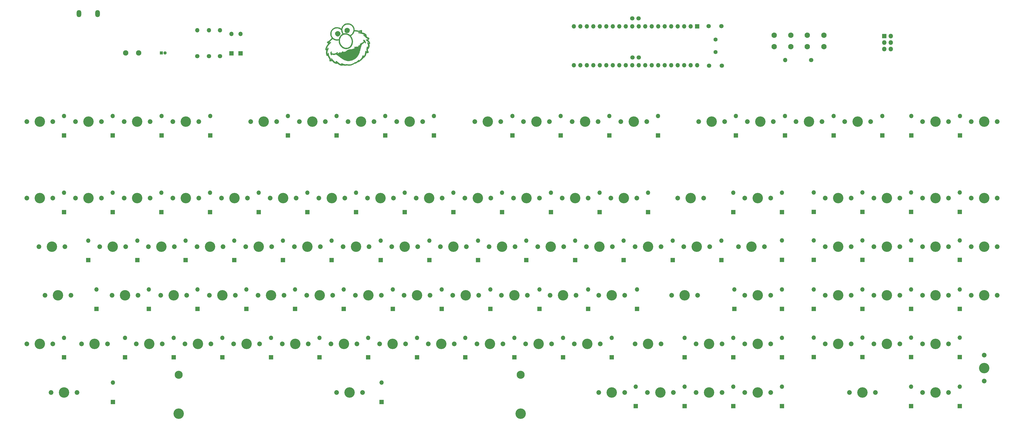
<source format=gbr>
%TF.GenerationSoftware,KiCad,Pcbnew,(5.1.6)-1*%
%TF.CreationDate,2020-10-13T13:53:59+02:00*%
%TF.ProjectId,wy60_usb,77793630-5f75-4736-922e-6b696361645f,rev?*%
%TF.SameCoordinates,Original*%
%TF.FileFunction,Soldermask,Top*%
%TF.FilePolarity,Negative*%
%FSLAX46Y46*%
G04 Gerber Fmt 4.6, Leading zero omitted, Abs format (unit mm)*
G04 Created by KiCad (PCBNEW (5.1.6)-1) date 2020-10-13 13:53:59*
%MOMM*%
%LPD*%
G01*
G04 APERTURE LIST*
%ADD10C,0.010000*%
%ADD11C,4.087800*%
%ADD12C,1.850000*%
%ADD13C,3.148000*%
%ADD14O,1.800000X2.800000*%
%ADD15O,1.700000X1.700000*%
%ADD16R,1.700000X1.700000*%
%ADD17C,1.600000*%
%ADD18C,2.100000*%
%ADD19C,1.700000*%
%ADD20O,1.800000X1.800000*%
%ADD21R,1.800000X1.800000*%
%ADD22C,1.300000*%
%ADD23R,1.300000X1.300000*%
G04 APERTURE END LIST*
D10*
%TO.C,G\u002A\u002A\u002A*%
G36*
X151892480Y-62162892D02*
G01*
X152002110Y-62223096D01*
X152118270Y-62333383D01*
X152233995Y-62481787D01*
X152342323Y-62656342D01*
X152436292Y-62845081D01*
X152508938Y-63036037D01*
X152553299Y-63217244D01*
X152563433Y-63316039D01*
X152550755Y-63442476D01*
X152507851Y-63516825D01*
X152443513Y-63536240D01*
X152366529Y-63497878D01*
X152289325Y-63404750D01*
X152219127Y-63293107D01*
X152144353Y-63174245D01*
X152127489Y-63147448D01*
X152045478Y-63017146D01*
X151995870Y-63091885D01*
X151856378Y-63265438D01*
X151659396Y-63453856D01*
X151408370Y-63654138D01*
X151119466Y-63854965D01*
X151028143Y-63936853D01*
X150942926Y-64049981D01*
X150877695Y-64172049D01*
X150846328Y-64280757D01*
X150845381Y-64295337D01*
X150827003Y-64358451D01*
X150815286Y-64374712D01*
X150792620Y-64420083D01*
X150757706Y-64516956D01*
X150713418Y-64655162D01*
X150662630Y-64824531D01*
X150608218Y-65014891D01*
X150553055Y-65216074D01*
X150500016Y-65417909D01*
X150451975Y-65610226D01*
X150411806Y-65782854D01*
X150394699Y-65862848D01*
X150364321Y-66007816D01*
X150336476Y-66131610D01*
X150306188Y-66254308D01*
X150268479Y-66395989D01*
X150218375Y-66576730D01*
X150213080Y-66595625D01*
X150135084Y-66868275D01*
X150069973Y-67084050D01*
X150018291Y-67241197D01*
X149985974Y-67325875D01*
X149961325Y-67386147D01*
X149922159Y-67485162D01*
X149876612Y-67602339D01*
X149873035Y-67611625D01*
X149655469Y-68093666D01*
X149389957Y-68535735D01*
X149078288Y-68935802D01*
X148722252Y-69291836D01*
X148323638Y-69601808D01*
X147891500Y-69859927D01*
X147512094Y-70035571D01*
X147113200Y-70181292D01*
X146707025Y-70294370D01*
X146305775Y-70372085D01*
X145921657Y-70411715D01*
X145566878Y-70410542D01*
X145462625Y-70401227D01*
X145029766Y-70332351D01*
X144613317Y-70223566D01*
X144204707Y-70071215D01*
X143795365Y-69871639D01*
X143376719Y-69621181D01*
X142967866Y-69336692D01*
X142762656Y-69184537D01*
X142577055Y-69045748D01*
X142417017Y-68924862D01*
X142288496Y-68826413D01*
X142197444Y-68754939D01*
X142149817Y-68714973D01*
X142144750Y-68709621D01*
X142113211Y-68681340D01*
X142043338Y-68625729D01*
X141946804Y-68551491D01*
X141835281Y-68467329D01*
X141720441Y-68381947D01*
X141613955Y-68304050D01*
X141527495Y-68242340D01*
X141472734Y-68205522D01*
X141459995Y-68199000D01*
X141425273Y-68182827D01*
X141356743Y-68141548D01*
X141309095Y-68110574D01*
X141201284Y-68042998D01*
X141074367Y-67969279D01*
X141009478Y-67933854D01*
X140842582Y-67845559D01*
X140628478Y-67931327D01*
X140339208Y-68016542D01*
X140044693Y-68045727D01*
X139755861Y-68019297D01*
X139483640Y-67937669D01*
X139370115Y-67883388D01*
X139188734Y-67785257D01*
X139209967Y-67972931D01*
X139219743Y-68078874D01*
X139216436Y-68138434D01*
X139196776Y-68167963D01*
X139168448Y-68180523D01*
X139086712Y-68187819D01*
X139011274Y-68149079D01*
X138930972Y-68057721D01*
X138910586Y-68028492D01*
X138816740Y-67871540D01*
X138757101Y-67720086D01*
X138725512Y-67552155D01*
X138715819Y-67345777D01*
X138715799Y-67333169D01*
X138725387Y-67125511D01*
X138755975Y-66970809D01*
X138810420Y-66861164D01*
X138891578Y-66788680D01*
X138917785Y-66774766D01*
X139004037Y-66748346D01*
X139082715Y-66765355D01*
X139087707Y-66767586D01*
X139126871Y-66788372D01*
X139148840Y-66816244D01*
X139156580Y-66866107D01*
X139153057Y-66952867D01*
X139144595Y-67053505D01*
X139122472Y-67303425D01*
X139310263Y-67413486D01*
X139428659Y-67478056D01*
X139546161Y-67534398D01*
X139622839Y-67565067D01*
X139751934Y-67591072D01*
X139915871Y-67600942D01*
X140088316Y-67595173D01*
X140242935Y-67574256D01*
X140323679Y-67551927D01*
X140428675Y-67516113D01*
X140526880Y-67488153D01*
X140539089Y-67485307D01*
X140661302Y-67445898D01*
X140812521Y-67379499D01*
X140970850Y-67297087D01*
X141114395Y-67209639D01*
X141175085Y-67166462D01*
X141314235Y-67067731D01*
X141418027Y-67012421D01*
X141493904Y-66997045D01*
X141523600Y-67003204D01*
X141566933Y-67048183D01*
X141565017Y-67125005D01*
X141519999Y-67223256D01*
X141462124Y-67301394D01*
X141400289Y-67376154D01*
X141359944Y-67429765D01*
X141351000Y-67446015D01*
X141378291Y-67465108D01*
X141442383Y-67479197D01*
X141516602Y-67485078D01*
X141574272Y-67479544D01*
X141585732Y-67474227D01*
X141632086Y-67450785D01*
X141719561Y-67414983D01*
X141827250Y-67375277D01*
X141965301Y-67316974D01*
X142106743Y-67241905D01*
X142192375Y-67186414D01*
X142334467Y-67084493D01*
X142436310Y-67017766D01*
X142506885Y-66981325D01*
X142555178Y-66970259D01*
X142579810Y-66974701D01*
X142613056Y-67016647D01*
X142609331Y-67091408D01*
X142573002Y-67183598D01*
X142508437Y-67277828D01*
X142487152Y-67301189D01*
X142424570Y-67369810D01*
X142410866Y-67399641D01*
X142447662Y-67394307D01*
X142516318Y-67366386D01*
X142648924Y-67294829D01*
X142812672Y-67184831D01*
X142995900Y-67044851D01*
X143186940Y-66883347D01*
X143206771Y-66865671D01*
X143324207Y-66762979D01*
X143407190Y-66698187D01*
X143466503Y-66664629D01*
X143512927Y-66655637D01*
X143540146Y-66659519D01*
X143628880Y-66693523D01*
X143669208Y-66748754D01*
X143676687Y-66815493D01*
X143679907Y-66859009D01*
X143699025Y-66883473D01*
X143748225Y-66894365D01*
X143841690Y-66897167D01*
X143888298Y-66897250D01*
X144050847Y-66891271D01*
X144202460Y-66870771D01*
X144351461Y-66831900D01*
X144506174Y-66770812D01*
X144674921Y-66683657D01*
X144866028Y-66566589D01*
X145087817Y-66415758D01*
X145348613Y-66227317D01*
X145367375Y-66213482D01*
X145483919Y-66132774D01*
X145596044Y-66064136D01*
X145683757Y-66019581D01*
X145700750Y-66013208D01*
X145978580Y-65934437D01*
X146223042Y-65891654D01*
X146409569Y-65881250D01*
X146590335Y-65875548D01*
X146785157Y-65859803D01*
X146981773Y-65836054D01*
X147167918Y-65806338D01*
X147331328Y-65772696D01*
X147459740Y-65737164D01*
X147540891Y-65701783D01*
X147554837Y-65690862D01*
X147611082Y-65664163D01*
X147651506Y-65659000D01*
X147722274Y-65642938D01*
X147827995Y-65600865D01*
X147950756Y-65541950D01*
X148072646Y-65475363D01*
X148175752Y-65410273D01*
X148240780Y-65357343D01*
X148281646Y-65303533D01*
X148279652Y-65278600D01*
X148274665Y-65278000D01*
X148215622Y-65256421D01*
X148138717Y-65202790D01*
X148062580Y-65133765D01*
X148005840Y-65066007D01*
X147986750Y-65020546D01*
X147996857Y-64980499D01*
X148031559Y-64949147D01*
X148097425Y-64925353D01*
X148201024Y-64907984D01*
X148348925Y-64895903D01*
X148547697Y-64887976D01*
X148780500Y-64883385D01*
X149012413Y-64879041D01*
X149191919Y-64872691D01*
X149330102Y-64863391D01*
X149438046Y-64850196D01*
X149526833Y-64832162D01*
X149588743Y-64814504D01*
X149688181Y-64781595D01*
X149733222Y-64761442D01*
X149730374Y-64748829D01*
X149686143Y-64738542D01*
X149683993Y-64738171D01*
X149612650Y-64712334D01*
X149583167Y-64654874D01*
X149579893Y-64632991D01*
X149580046Y-64563972D01*
X149605157Y-64509978D01*
X149664875Y-64462694D01*
X149768852Y-64413808D01*
X149885553Y-64369698D01*
X150120508Y-64273736D01*
X150295011Y-64176426D01*
X150408812Y-64079812D01*
X150444165Y-64034679D01*
X150432866Y-64012819D01*
X150370852Y-63997457D01*
X150278055Y-63956243D01*
X150232848Y-63888238D01*
X150233454Y-63806591D01*
X150278093Y-63724451D01*
X150364989Y-63654965D01*
X150420508Y-63630209D01*
X150640024Y-63544933D01*
X150862517Y-63446012D01*
X151070617Y-63341968D01*
X151246950Y-63241325D01*
X151340010Y-63179061D01*
X151427378Y-63105473D01*
X151521220Y-63011651D01*
X151609891Y-62911273D01*
X151681746Y-62818017D01*
X151725139Y-62745559D01*
X151732672Y-62717871D01*
X151715786Y-62677943D01*
X151673116Y-62605308D01*
X151637422Y-62550659D01*
X151567009Y-62428890D01*
X151546133Y-62336678D01*
X151575382Y-62263126D01*
X151655345Y-62197343D01*
X151656529Y-62196609D01*
X151738836Y-62152831D01*
X151806410Y-62143447D01*
X151892480Y-62162892D01*
G37*
X151892480Y-62162892D02*
X152002110Y-62223096D01*
X152118270Y-62333383D01*
X152233995Y-62481787D01*
X152342323Y-62656342D01*
X152436292Y-62845081D01*
X152508938Y-63036037D01*
X152553299Y-63217244D01*
X152563433Y-63316039D01*
X152550755Y-63442476D01*
X152507851Y-63516825D01*
X152443513Y-63536240D01*
X152366529Y-63497878D01*
X152289325Y-63404750D01*
X152219127Y-63293107D01*
X152144353Y-63174245D01*
X152127489Y-63147448D01*
X152045478Y-63017146D01*
X151995870Y-63091885D01*
X151856378Y-63265438D01*
X151659396Y-63453856D01*
X151408370Y-63654138D01*
X151119466Y-63854965D01*
X151028143Y-63936853D01*
X150942926Y-64049981D01*
X150877695Y-64172049D01*
X150846328Y-64280757D01*
X150845381Y-64295337D01*
X150827003Y-64358451D01*
X150815286Y-64374712D01*
X150792620Y-64420083D01*
X150757706Y-64516956D01*
X150713418Y-64655162D01*
X150662630Y-64824531D01*
X150608218Y-65014891D01*
X150553055Y-65216074D01*
X150500016Y-65417909D01*
X150451975Y-65610226D01*
X150411806Y-65782854D01*
X150394699Y-65862848D01*
X150364321Y-66007816D01*
X150336476Y-66131610D01*
X150306188Y-66254308D01*
X150268479Y-66395989D01*
X150218375Y-66576730D01*
X150213080Y-66595625D01*
X150135084Y-66868275D01*
X150069973Y-67084050D01*
X150018291Y-67241197D01*
X149985974Y-67325875D01*
X149961325Y-67386147D01*
X149922159Y-67485162D01*
X149876612Y-67602339D01*
X149873035Y-67611625D01*
X149655469Y-68093666D01*
X149389957Y-68535735D01*
X149078288Y-68935802D01*
X148722252Y-69291836D01*
X148323638Y-69601808D01*
X147891500Y-69859927D01*
X147512094Y-70035571D01*
X147113200Y-70181292D01*
X146707025Y-70294370D01*
X146305775Y-70372085D01*
X145921657Y-70411715D01*
X145566878Y-70410542D01*
X145462625Y-70401227D01*
X145029766Y-70332351D01*
X144613317Y-70223566D01*
X144204707Y-70071215D01*
X143795365Y-69871639D01*
X143376719Y-69621181D01*
X142967866Y-69336692D01*
X142762656Y-69184537D01*
X142577055Y-69045748D01*
X142417017Y-68924862D01*
X142288496Y-68826413D01*
X142197444Y-68754939D01*
X142149817Y-68714973D01*
X142144750Y-68709621D01*
X142113211Y-68681340D01*
X142043338Y-68625729D01*
X141946804Y-68551491D01*
X141835281Y-68467329D01*
X141720441Y-68381947D01*
X141613955Y-68304050D01*
X141527495Y-68242340D01*
X141472734Y-68205522D01*
X141459995Y-68199000D01*
X141425273Y-68182827D01*
X141356743Y-68141548D01*
X141309095Y-68110574D01*
X141201284Y-68042998D01*
X141074367Y-67969279D01*
X141009478Y-67933854D01*
X140842582Y-67845559D01*
X140628478Y-67931327D01*
X140339208Y-68016542D01*
X140044693Y-68045727D01*
X139755861Y-68019297D01*
X139483640Y-67937669D01*
X139370115Y-67883388D01*
X139188734Y-67785257D01*
X139209967Y-67972931D01*
X139219743Y-68078874D01*
X139216436Y-68138434D01*
X139196776Y-68167963D01*
X139168448Y-68180523D01*
X139086712Y-68187819D01*
X139011274Y-68149079D01*
X138930972Y-68057721D01*
X138910586Y-68028492D01*
X138816740Y-67871540D01*
X138757101Y-67720086D01*
X138725512Y-67552155D01*
X138715819Y-67345777D01*
X138715799Y-67333169D01*
X138725387Y-67125511D01*
X138755975Y-66970809D01*
X138810420Y-66861164D01*
X138891578Y-66788680D01*
X138917785Y-66774766D01*
X139004037Y-66748346D01*
X139082715Y-66765355D01*
X139087707Y-66767586D01*
X139126871Y-66788372D01*
X139148840Y-66816244D01*
X139156580Y-66866107D01*
X139153057Y-66952867D01*
X139144595Y-67053505D01*
X139122472Y-67303425D01*
X139310263Y-67413486D01*
X139428659Y-67478056D01*
X139546161Y-67534398D01*
X139622839Y-67565067D01*
X139751934Y-67591072D01*
X139915871Y-67600942D01*
X140088316Y-67595173D01*
X140242935Y-67574256D01*
X140323679Y-67551927D01*
X140428675Y-67516113D01*
X140526880Y-67488153D01*
X140539089Y-67485307D01*
X140661302Y-67445898D01*
X140812521Y-67379499D01*
X140970850Y-67297087D01*
X141114395Y-67209639D01*
X141175085Y-67166462D01*
X141314235Y-67067731D01*
X141418027Y-67012421D01*
X141493904Y-66997045D01*
X141523600Y-67003204D01*
X141566933Y-67048183D01*
X141565017Y-67125005D01*
X141519999Y-67223256D01*
X141462124Y-67301394D01*
X141400289Y-67376154D01*
X141359944Y-67429765D01*
X141351000Y-67446015D01*
X141378291Y-67465108D01*
X141442383Y-67479197D01*
X141516602Y-67485078D01*
X141574272Y-67479544D01*
X141585732Y-67474227D01*
X141632086Y-67450785D01*
X141719561Y-67414983D01*
X141827250Y-67375277D01*
X141965301Y-67316974D01*
X142106743Y-67241905D01*
X142192375Y-67186414D01*
X142334467Y-67084493D01*
X142436310Y-67017766D01*
X142506885Y-66981325D01*
X142555178Y-66970259D01*
X142579810Y-66974701D01*
X142613056Y-67016647D01*
X142609331Y-67091408D01*
X142573002Y-67183598D01*
X142508437Y-67277828D01*
X142487152Y-67301189D01*
X142424570Y-67369810D01*
X142410866Y-67399641D01*
X142447662Y-67394307D01*
X142516318Y-67366386D01*
X142648924Y-67294829D01*
X142812672Y-67184831D01*
X142995900Y-67044851D01*
X143186940Y-66883347D01*
X143206771Y-66865671D01*
X143324207Y-66762979D01*
X143407190Y-66698187D01*
X143466503Y-66664629D01*
X143512927Y-66655637D01*
X143540146Y-66659519D01*
X143628880Y-66693523D01*
X143669208Y-66748754D01*
X143676687Y-66815493D01*
X143679907Y-66859009D01*
X143699025Y-66883473D01*
X143748225Y-66894365D01*
X143841690Y-66897167D01*
X143888298Y-66897250D01*
X144050847Y-66891271D01*
X144202460Y-66870771D01*
X144351461Y-66831900D01*
X144506174Y-66770812D01*
X144674921Y-66683657D01*
X144866028Y-66566589D01*
X145087817Y-66415758D01*
X145348613Y-66227317D01*
X145367375Y-66213482D01*
X145483919Y-66132774D01*
X145596044Y-66064136D01*
X145683757Y-66019581D01*
X145700750Y-66013208D01*
X145978580Y-65934437D01*
X146223042Y-65891654D01*
X146409569Y-65881250D01*
X146590335Y-65875548D01*
X146785157Y-65859803D01*
X146981773Y-65836054D01*
X147167918Y-65806338D01*
X147331328Y-65772696D01*
X147459740Y-65737164D01*
X147540891Y-65701783D01*
X147554837Y-65690862D01*
X147611082Y-65664163D01*
X147651506Y-65659000D01*
X147722274Y-65642938D01*
X147827995Y-65600865D01*
X147950756Y-65541950D01*
X148072646Y-65475363D01*
X148175752Y-65410273D01*
X148240780Y-65357343D01*
X148281646Y-65303533D01*
X148279652Y-65278600D01*
X148274665Y-65278000D01*
X148215622Y-65256421D01*
X148138717Y-65202790D01*
X148062580Y-65133765D01*
X148005840Y-65066007D01*
X147986750Y-65020546D01*
X147996857Y-64980499D01*
X148031559Y-64949147D01*
X148097425Y-64925353D01*
X148201024Y-64907984D01*
X148348925Y-64895903D01*
X148547697Y-64887976D01*
X148780500Y-64883385D01*
X149012413Y-64879041D01*
X149191919Y-64872691D01*
X149330102Y-64863391D01*
X149438046Y-64850196D01*
X149526833Y-64832162D01*
X149588743Y-64814504D01*
X149688181Y-64781595D01*
X149733222Y-64761442D01*
X149730374Y-64748829D01*
X149686143Y-64738542D01*
X149683993Y-64738171D01*
X149612650Y-64712334D01*
X149583167Y-64654874D01*
X149579893Y-64632991D01*
X149580046Y-64563972D01*
X149605157Y-64509978D01*
X149664875Y-64462694D01*
X149768852Y-64413808D01*
X149885553Y-64369698D01*
X150120508Y-64273736D01*
X150295011Y-64176426D01*
X150408812Y-64079812D01*
X150444165Y-64034679D01*
X150432866Y-64012819D01*
X150370852Y-63997457D01*
X150278055Y-63956243D01*
X150232848Y-63888238D01*
X150233454Y-63806591D01*
X150278093Y-63724451D01*
X150364989Y-63654965D01*
X150420508Y-63630209D01*
X150640024Y-63544933D01*
X150862517Y-63446012D01*
X151070617Y-63341968D01*
X151246950Y-63241325D01*
X151340010Y-63179061D01*
X151427378Y-63105473D01*
X151521220Y-63011651D01*
X151609891Y-62911273D01*
X151681746Y-62818017D01*
X151725139Y-62745559D01*
X151732672Y-62717871D01*
X151715786Y-62677943D01*
X151673116Y-62605308D01*
X151637422Y-62550659D01*
X151567009Y-62428890D01*
X151546133Y-62336678D01*
X151575382Y-62263126D01*
X151655345Y-62197343D01*
X151656529Y-62196609D01*
X151738836Y-62152831D01*
X151806410Y-62143447D01*
X151892480Y-62162892D01*
G36*
X141719312Y-58762463D02*
G01*
X141865652Y-58803139D01*
X141866091Y-58803280D01*
X142100756Y-58909063D01*
X142291742Y-59060322D01*
X142437197Y-59254756D01*
X142535271Y-59490066D01*
X142575789Y-59685610D01*
X142573295Y-59896484D01*
X142515923Y-60106222D01*
X142411536Y-60303899D01*
X142267998Y-60478593D01*
X142093173Y-60619380D01*
X141894923Y-60715339D01*
X141818970Y-60736890D01*
X141671265Y-60758995D01*
X141507908Y-60764945D01*
X141354841Y-60755038D01*
X141239875Y-60730252D01*
X141036707Y-60628272D01*
X140856591Y-60482354D01*
X140711422Y-60305317D01*
X140613097Y-60109975D01*
X140589541Y-60029556D01*
X140557590Y-59766386D01*
X140583990Y-59521377D01*
X140664872Y-59300004D01*
X140796368Y-59107741D01*
X140974610Y-58950064D01*
X141195728Y-58832446D01*
X141455853Y-58760364D01*
X141490255Y-58754924D01*
X141602966Y-58747522D01*
X141719312Y-58762463D01*
G37*
X141719312Y-58762463D02*
X141865652Y-58803139D01*
X141866091Y-58803280D01*
X142100756Y-58909063D01*
X142291742Y-59060322D01*
X142437197Y-59254756D01*
X142535271Y-59490066D01*
X142575789Y-59685610D01*
X142573295Y-59896484D01*
X142515923Y-60106222D01*
X142411536Y-60303899D01*
X142267998Y-60478593D01*
X142093173Y-60619380D01*
X141894923Y-60715339D01*
X141818970Y-60736890D01*
X141671265Y-60758995D01*
X141507908Y-60764945D01*
X141354841Y-60755038D01*
X141239875Y-60730252D01*
X141036707Y-60628272D01*
X140856591Y-60482354D01*
X140711422Y-60305317D01*
X140613097Y-60109975D01*
X140589541Y-60029556D01*
X140557590Y-59766386D01*
X140583990Y-59521377D01*
X140664872Y-59300004D01*
X140796368Y-59107741D01*
X140974610Y-58950064D01*
X141195728Y-58832446D01*
X141455853Y-58760364D01*
X141490255Y-58754924D01*
X141602966Y-58747522D01*
X141719312Y-58762463D01*
G36*
X145367856Y-57465017D02*
G01*
X145579484Y-57529028D01*
X145777554Y-57634844D01*
X145946701Y-57771834D01*
X146071558Y-57929363D01*
X146091618Y-57965841D01*
X146179034Y-58169948D01*
X146220411Y-58353627D01*
X146219330Y-58536078D01*
X146210020Y-58600708D01*
X146137947Y-58859473D01*
X146019515Y-59075152D01*
X145855033Y-59247315D01*
X145647933Y-59374109D01*
X145525030Y-59414047D01*
X145367401Y-59442494D01*
X145196605Y-59457888D01*
X145034200Y-59458665D01*
X144901742Y-59443262D01*
X144859375Y-59431281D01*
X144707372Y-59353034D01*
X144552562Y-59236218D01*
X144413715Y-59097993D01*
X144309605Y-58955520D01*
X144283514Y-58904866D01*
X144250841Y-58794656D01*
X144232436Y-58638243D01*
X144227242Y-58483500D01*
X144235046Y-58277084D01*
X144267578Y-58112674D01*
X144331854Y-57971296D01*
X144434887Y-57833976D01*
X144489025Y-57775415D01*
X144663598Y-57632234D01*
X144867169Y-57527331D01*
X145083287Y-57466515D01*
X145295500Y-57455598D01*
X145367856Y-57465017D01*
G37*
X145367856Y-57465017D02*
X145579484Y-57529028D01*
X145777554Y-57634844D01*
X145946701Y-57771834D01*
X146071558Y-57929363D01*
X146091618Y-57965841D01*
X146179034Y-58169948D01*
X146220411Y-58353627D01*
X146219330Y-58536078D01*
X146210020Y-58600708D01*
X146137947Y-58859473D01*
X146019515Y-59075152D01*
X145855033Y-59247315D01*
X145647933Y-59374109D01*
X145525030Y-59414047D01*
X145367401Y-59442494D01*
X145196605Y-59457888D01*
X145034200Y-59458665D01*
X144901742Y-59443262D01*
X144859375Y-59431281D01*
X144707372Y-59353034D01*
X144552562Y-59236218D01*
X144413715Y-59097993D01*
X144309605Y-58955520D01*
X144283514Y-58904866D01*
X144250841Y-58794656D01*
X144232436Y-58638243D01*
X144227242Y-58483500D01*
X144235046Y-58277084D01*
X144267578Y-58112674D01*
X144331854Y-57971296D01*
X144434887Y-57833976D01*
X144489025Y-57775415D01*
X144663598Y-57632234D01*
X144867169Y-57527331D01*
X145083287Y-57466515D01*
X145295500Y-57455598D01*
X145367856Y-57465017D01*
G36*
X145712082Y-55678889D02*
G01*
X145972683Y-55706169D01*
X146169658Y-55753502D01*
X146300295Y-55798783D01*
X146426789Y-55846155D01*
X146510375Y-55880486D01*
X146610098Y-55922087D01*
X146699467Y-55955066D01*
X146716750Y-55960546D01*
X146801743Y-55998051D01*
X146875500Y-56044786D01*
X147104341Y-56224023D01*
X147288945Y-56380473D01*
X147439127Y-56524673D01*
X147564704Y-56667158D01*
X147675492Y-56818466D01*
X147781306Y-56989133D01*
X147821923Y-57060661D01*
X147902870Y-57234782D01*
X147978263Y-57448985D01*
X148041405Y-57679861D01*
X148085596Y-57904004D01*
X148101080Y-58036224D01*
X148108905Y-58154442D01*
X148118077Y-58237560D01*
X148138439Y-58292869D01*
X148179835Y-58327663D01*
X148252108Y-58349237D01*
X148365102Y-58364883D01*
X148528659Y-58381896D01*
X148574125Y-58386732D01*
X148827007Y-58417519D01*
X149100522Y-58456596D01*
X149366850Y-58499723D01*
X149598170Y-58542659D01*
X149601924Y-58543420D01*
X149719312Y-58555082D01*
X149861394Y-58552303D01*
X149935299Y-58544745D01*
X150021348Y-58532371D01*
X150096014Y-58519741D01*
X150173270Y-58503633D01*
X150267086Y-58480822D01*
X150391431Y-58448085D01*
X150560277Y-58402197D01*
X150599383Y-58391495D01*
X150745399Y-58355958D01*
X150847053Y-58346002D01*
X150919236Y-58364374D01*
X150976839Y-58413821D01*
X151016500Y-58468457D01*
X151054648Y-58567154D01*
X151074644Y-58704107D01*
X151076406Y-58856694D01*
X151059853Y-59002295D01*
X151024900Y-59118291D01*
X151018910Y-59130186D01*
X150984137Y-59202885D01*
X150970944Y-59247701D01*
X150972642Y-59252908D01*
X151008316Y-59264805D01*
X151096948Y-59290245D01*
X151230009Y-59326901D01*
X151398972Y-59372448D01*
X151595309Y-59424559D01*
X151765000Y-59469057D01*
X151885932Y-59512128D01*
X152036946Y-59582304D01*
X152197384Y-59668514D01*
X152346585Y-59759686D01*
X152459955Y-59841507D01*
X152551996Y-59930414D01*
X152651291Y-60047081D01*
X152724091Y-60148162D01*
X152803100Y-60291029D01*
X152832822Y-60406132D01*
X152814101Y-60504684D01*
X152757164Y-60587795D01*
X152736065Y-60615651D01*
X152732223Y-60644105D01*
X152751756Y-60682275D01*
X152800779Y-60739280D01*
X152885410Y-60824238D01*
X152971854Y-60907863D01*
X153091958Y-61021482D01*
X153183439Y-61100097D01*
X153262251Y-61153925D01*
X153344346Y-61193187D01*
X153445680Y-61228100D01*
X153495375Y-61243197D01*
X153670261Y-61304782D01*
X153789237Y-61371275D01*
X153859870Y-61449272D01*
X153889725Y-61545368D01*
X153891952Y-61588832D01*
X153867373Y-61714914D01*
X153799872Y-61862936D01*
X153697960Y-62017600D01*
X153574634Y-62159145D01*
X153440564Y-62293214D01*
X153600621Y-62437119D01*
X153737681Y-62581137D01*
X153866953Y-62754914D01*
X153981643Y-62945110D01*
X154074954Y-63138386D01*
X154140091Y-63321402D01*
X154170257Y-63480819D01*
X154169470Y-63553692D01*
X154143754Y-63677650D01*
X154093444Y-63753556D01*
X154007177Y-63795465D01*
X153966530Y-63804675D01*
X153893125Y-63825969D01*
X153871985Y-63857115D01*
X153876609Y-63876953D01*
X153947436Y-64122696D01*
X153981803Y-64386212D01*
X153980460Y-64651998D01*
X153944157Y-64904550D01*
X153873643Y-65128364D01*
X153810185Y-65250509D01*
X153747206Y-65361880D01*
X153690357Y-65480537D01*
X153682044Y-65500565D01*
X153620491Y-65612858D01*
X153539674Y-65672637D01*
X153424709Y-65690737D01*
X153420796Y-65690750D01*
X153372328Y-65693019D01*
X153342641Y-65708745D01*
X153325102Y-65751307D01*
X153313079Y-65834082D01*
X153304113Y-65926107D01*
X153301502Y-66115191D01*
X153326196Y-66295907D01*
X153374380Y-66449821D01*
X153432796Y-66548000D01*
X153495460Y-66637018D01*
X153557124Y-66748724D01*
X153607295Y-66861168D01*
X153635481Y-66952398D01*
X153638250Y-66977833D01*
X153609214Y-67098130D01*
X153528253Y-67197489D01*
X153404583Y-67272114D01*
X153247421Y-67318205D01*
X153065985Y-67331967D01*
X152869491Y-67309601D01*
X152845656Y-67304382D01*
X152815882Y-67319415D01*
X152789292Y-67384095D01*
X152763846Y-67500500D01*
X152680203Y-67831335D01*
X152553212Y-68156070D01*
X152390004Y-68462313D01*
X152197711Y-68737671D01*
X151983465Y-68969753D01*
X151857316Y-69075625D01*
X151758775Y-69145742D01*
X151671315Y-69200770D01*
X151617384Y-69227340D01*
X151564805Y-69264072D01*
X151496202Y-69337876D01*
X151439290Y-69414340D01*
X151296596Y-69603352D01*
X151120365Y-69799107D01*
X150918636Y-69995670D01*
X150699448Y-70187107D01*
X150470840Y-70367484D01*
X150240849Y-70530866D01*
X150017515Y-70671319D01*
X149808875Y-70782909D01*
X149622969Y-70859700D01*
X149467834Y-70895759D01*
X149429926Y-70897750D01*
X149352749Y-70920140D01*
X149252005Y-70980854D01*
X149198946Y-71022113D01*
X148987135Y-71183946D01*
X148780660Y-71312472D01*
X148587954Y-71403758D01*
X148417452Y-71453874D01*
X148277590Y-71458890D01*
X148266047Y-71456846D01*
X148187314Y-71453167D01*
X148099135Y-71476685D01*
X147989342Y-71532402D01*
X147845771Y-71625314D01*
X147830673Y-71635743D01*
X147738863Y-71696753D01*
X147666824Y-71739748D01*
X147631605Y-71755000D01*
X147590691Y-71770711D01*
X147517845Y-71810552D01*
X147476594Y-71835735D01*
X147347271Y-71904605D01*
X147174216Y-71978802D01*
X146976020Y-72051479D01*
X146771272Y-72115788D01*
X146589750Y-72162421D01*
X146406533Y-72192218D01*
X146191889Y-72209888D01*
X145964190Y-72215513D01*
X145741804Y-72209175D01*
X145543102Y-72190957D01*
X145386453Y-72160941D01*
X145372801Y-72156989D01*
X145268654Y-72127149D01*
X145199419Y-72117249D01*
X145139306Y-72128584D01*
X145062526Y-72162452D01*
X145039426Y-72173746D01*
X144889096Y-72223215D01*
X144696542Y-72249969D01*
X144479177Y-72253112D01*
X144254413Y-72231745D01*
X144176750Y-72218218D01*
X144030123Y-72186095D01*
X143874030Y-72146991D01*
X143785581Y-72122145D01*
X143679381Y-72092752D01*
X143614458Y-72083939D01*
X143572261Y-72095008D01*
X143547456Y-72113209D01*
X143420505Y-72183893D01*
X143252348Y-72216539D01*
X143050788Y-72213491D01*
X142823627Y-72177091D01*
X142578668Y-72109680D01*
X142323713Y-72013601D01*
X142066565Y-71891196D01*
X141815025Y-71744807D01*
X141576897Y-71576777D01*
X141470286Y-71489669D01*
X141287948Y-71333116D01*
X141221919Y-71417058D01*
X141171979Y-71468064D01*
X141111492Y-71493147D01*
X141016823Y-71500808D01*
X140988541Y-71501000D01*
X140777918Y-71475857D01*
X140544535Y-71404036D01*
X140301952Y-71290950D01*
X140063723Y-71142012D01*
X140032409Y-71119286D01*
X139948136Y-71050257D01*
X139844764Y-70955535D01*
X139731710Y-70845017D01*
X139618389Y-70728603D01*
X139514219Y-70616192D01*
X139428616Y-70517683D01*
X139370997Y-70442974D01*
X139350750Y-70402714D01*
X139330655Y-70387204D01*
X139266733Y-70403211D01*
X139176801Y-70441149D01*
X139065104Y-70480000D01*
X138924798Y-70511393D01*
X138772761Y-70533622D01*
X138625874Y-70544981D01*
X138501016Y-70543766D01*
X138415068Y-70528270D01*
X138398250Y-70519820D01*
X138376934Y-70492124D01*
X138362719Y-70436740D01*
X138354396Y-70343407D01*
X138350757Y-70201863D01*
X138350317Y-70113070D01*
X138350711Y-69991469D01*
X138349873Y-69896979D01*
X138344430Y-69818992D01*
X138331011Y-69746896D01*
X138306241Y-69670080D01*
X138266750Y-69577934D01*
X138209163Y-69459847D01*
X138130110Y-69305209D01*
X138034605Y-69119750D01*
X137955234Y-68962383D01*
X137870000Y-68789011D01*
X137794887Y-68632231D01*
X137781591Y-68603812D01*
X137727284Y-68492634D01*
X137680925Y-68407852D01*
X137649978Y-68362739D01*
X137643758Y-68358759D01*
X137602775Y-68376822D01*
X137558744Y-68406384D01*
X137462282Y-68447341D01*
X137359348Y-68443314D01*
X137276486Y-68395416D01*
X137275654Y-68394505D01*
X137240977Y-68338764D01*
X137194230Y-68240646D01*
X137143638Y-68117944D01*
X137125483Y-68069583D01*
X137084772Y-67951516D01*
X137056116Y-67846925D01*
X137036694Y-67738275D01*
X137023683Y-67608037D01*
X137014260Y-67438676D01*
X137010944Y-67358140D01*
X137005335Y-67119665D01*
X137009867Y-66923398D01*
X137025492Y-66748712D01*
X137045069Y-66619423D01*
X137067609Y-66486371D01*
X137085127Y-66374713D01*
X137095114Y-66300855D01*
X137096500Y-66283136D01*
X137068937Y-66248476D01*
X136999894Y-66212856D01*
X136969371Y-66202462D01*
X136839072Y-66136133D01*
X136758256Y-66030433D01*
X136727084Y-65885983D01*
X136745718Y-65703406D01*
X136752600Y-65679938D01*
X137202105Y-65679938D01*
X137244517Y-65682288D01*
X137314694Y-65651566D01*
X137394257Y-65598321D01*
X137464827Y-65533104D01*
X137471604Y-65525232D01*
X137567387Y-65411144D01*
X137632348Y-65337733D01*
X137676535Y-65297076D01*
X137709996Y-65281254D01*
X137742782Y-65282343D01*
X137771216Y-65289053D01*
X137853184Y-65339197D01*
X137896828Y-65436523D01*
X137902019Y-65577482D01*
X137868626Y-65758526D01*
X137796519Y-65976107D01*
X137796366Y-65976500D01*
X137688932Y-66265024D01*
X137609026Y-66513936D01*
X137553204Y-66739060D01*
X137518021Y-66956220D01*
X137500035Y-67181238D01*
X137495796Y-67357625D01*
X137497809Y-67546772D01*
X137505955Y-67683367D01*
X137519615Y-67765180D01*
X137538168Y-67789980D01*
X137560995Y-67755538D01*
X137583971Y-67675125D01*
X137625762Y-67563445D01*
X137693197Y-67450452D01*
X137772179Y-67355558D01*
X137848608Y-67298176D01*
X137861323Y-67293228D01*
X137929659Y-67286658D01*
X137975516Y-67322370D01*
X138002247Y-67406665D01*
X138013209Y-67545842D01*
X138013791Y-67579598D01*
X138025189Y-67780704D01*
X138057392Y-67979207D01*
X138113757Y-68184462D01*
X138197640Y-68405826D01*
X138312396Y-68652655D01*
X138461382Y-68934306D01*
X138566207Y-69119750D01*
X138681918Y-69328158D01*
X138765116Y-69497677D01*
X138820676Y-69640748D01*
X138853473Y-69769808D01*
X138867916Y-69889687D01*
X138877579Y-69997003D01*
X138889801Y-70073883D01*
X138901969Y-70103987D01*
X138902195Y-70104000D01*
X138946301Y-70075337D01*
X138976282Y-70000264D01*
X138987546Y-69895147D01*
X138982541Y-69817597D01*
X138980036Y-69677189D01*
X139007387Y-69556845D01*
X139058473Y-69467512D01*
X139127175Y-69420138D01*
X139202684Y-69423776D01*
X139243148Y-69457241D01*
X139306192Y-69528737D01*
X139378996Y-69623580D01*
X139387547Y-69635505D01*
X139601618Y-69919229D01*
X139824733Y-70183534D01*
X140049216Y-70420730D01*
X140267391Y-70623129D01*
X140471579Y-70783040D01*
X140631232Y-70881285D01*
X140718333Y-70925454D01*
X140779378Y-70954495D01*
X140797110Y-70961250D01*
X140800558Y-70932482D01*
X140797951Y-70857423D01*
X140790745Y-70762812D01*
X140782915Y-70651228D01*
X140788160Y-70581746D01*
X140811350Y-70533502D01*
X140854927Y-70487884D01*
X140937225Y-70411393D01*
X141068326Y-70470512D01*
X141152079Y-70520145D01*
X141260585Y-70600667D01*
X141374447Y-70697325D01*
X141410151Y-70730496D01*
X141593723Y-70899912D01*
X141775002Y-71057014D01*
X141942695Y-71192556D01*
X142085513Y-71297293D01*
X142160625Y-71345032D01*
X142420347Y-71487754D01*
X142635999Y-71590783D01*
X142811537Y-71655965D01*
X142851088Y-71666938D01*
X143023559Y-71710865D01*
X142981225Y-71629745D01*
X142943219Y-71527532D01*
X142953839Y-71441497D01*
X142989706Y-71378521D01*
X143027224Y-71338628D01*
X143075308Y-71322237D01*
X143144546Y-71331102D01*
X143245526Y-71366978D01*
X143388836Y-71431617D01*
X143430625Y-71451566D01*
X143600637Y-71532158D01*
X143732458Y-71590379D01*
X143844611Y-71632418D01*
X143955621Y-71664461D01*
X144084011Y-71692696D01*
X144239427Y-71721714D01*
X144426398Y-71754498D01*
X144560454Y-71774884D01*
X144650949Y-71782898D01*
X144707239Y-71778570D01*
X144738681Y-71761926D01*
X144754630Y-71732994D01*
X144757449Y-71723250D01*
X144769436Y-71692994D01*
X144792735Y-71673643D01*
X144836329Y-71665349D01*
X144909197Y-71668267D01*
X145020321Y-71682550D01*
X145178683Y-71708352D01*
X145319750Y-71732875D01*
X145507976Y-71764963D01*
X145657697Y-71786702D01*
X145787673Y-71798990D01*
X145916666Y-71802728D01*
X146063436Y-71798814D01*
X146246745Y-71788149D01*
X146340197Y-71781799D01*
X146588330Y-71755930D01*
X146819142Y-71711494D01*
X147043384Y-71644120D01*
X147271806Y-71549441D01*
X147515156Y-71423086D01*
X147784187Y-71260686D01*
X148043103Y-71089669D01*
X148218805Y-70979242D01*
X148353293Y-70915407D01*
X148448011Y-70897723D01*
X148504407Y-70925748D01*
X148515060Y-70945484D01*
X148552086Y-70966440D01*
X148625479Y-70944002D01*
X148729351Y-70882175D01*
X148857817Y-70784968D01*
X149004989Y-70656386D01*
X149157012Y-70508572D01*
X149331619Y-70337322D01*
X149487820Y-70197217D01*
X149619941Y-70092773D01*
X149722306Y-70028507D01*
X149784951Y-70008750D01*
X149841667Y-70034859D01*
X149868719Y-70100713D01*
X149861245Y-70187603D01*
X149843162Y-70232861D01*
X149792647Y-70330545D01*
X149866011Y-70291948D01*
X150065098Y-70165933D01*
X150277606Y-69994003D01*
X150491103Y-69788242D01*
X150693158Y-69560735D01*
X150871337Y-69323566D01*
X150888560Y-69297986D01*
X151038621Y-69048227D01*
X151144361Y-68811546D01*
X151214868Y-68566678D01*
X151227382Y-68505253D01*
X151265379Y-68378017D01*
X151321173Y-68279546D01*
X151386118Y-68219994D01*
X151451569Y-68209511D01*
X151471655Y-68218456D01*
X151516081Y-68265102D01*
X151571654Y-68348345D01*
X151608591Y-68415647D01*
X151690307Y-68578264D01*
X151802048Y-68460069D01*
X151930627Y-68307809D01*
X152034997Y-68144514D01*
X152118843Y-67960081D01*
X152185848Y-67744411D01*
X152239698Y-67487403D01*
X152284077Y-67178955D01*
X152291080Y-67119500D01*
X152322928Y-66878252D01*
X152358165Y-66697168D01*
X152399999Y-66572913D01*
X152451639Y-66502152D01*
X152516294Y-66481549D01*
X152597174Y-66507769D01*
X152697489Y-66577477D01*
X152760459Y-66631658D01*
X152901787Y-66753751D01*
X153003138Y-66829230D01*
X153066299Y-66859316D01*
X153087916Y-66854916D01*
X153086649Y-66817704D01*
X153058914Y-66762189D01*
X153023075Y-66696063D01*
X152974976Y-66592656D01*
X152924881Y-66474061D01*
X152923720Y-66471163D01*
X152892124Y-66390103D01*
X152869606Y-66321186D01*
X152854997Y-66251911D01*
X152847131Y-66169775D01*
X152844838Y-66062277D01*
X152846951Y-65916916D01*
X152852301Y-65721191D01*
X152852621Y-65710277D01*
X152864237Y-65441275D01*
X152882786Y-65229804D01*
X152910136Y-65070098D01*
X152948157Y-64956391D01*
X152998717Y-64882916D01*
X153063685Y-64843907D01*
X153136790Y-64833500D01*
X153204945Y-64845411D01*
X153250219Y-64892535D01*
X153275171Y-64944624D01*
X153311652Y-65016324D01*
X153343573Y-65054051D01*
X153349066Y-65055750D01*
X153367299Y-65026515D01*
X153387745Y-64948567D01*
X153408184Y-64836535D01*
X153426394Y-64705051D01*
X153440157Y-64568744D01*
X153447251Y-64442247D01*
X153447750Y-64405548D01*
X153426056Y-64153485D01*
X153359748Y-63877468D01*
X153246985Y-63570587D01*
X153191727Y-63444783D01*
X153142994Y-63315510D01*
X153135663Y-63225774D01*
X153169826Y-63166879D01*
X153194949Y-63150108D01*
X153266373Y-63128835D01*
X153339510Y-63147971D01*
X153425488Y-63212692D01*
X153505266Y-63294454D01*
X153594703Y-63380686D01*
X153667846Y-63428425D01*
X153716624Y-63434043D01*
X153733042Y-63396812D01*
X153712395Y-63354643D01*
X153657058Y-63277285D01*
X153576216Y-63175456D01*
X153479053Y-63059876D01*
X153374751Y-62941261D01*
X153272494Y-62830331D01*
X153181465Y-62737805D01*
X153121518Y-62683080D01*
X153025697Y-62606434D01*
X152904552Y-62514141D01*
X152789330Y-62429808D01*
X152651546Y-62318440D01*
X152574667Y-62224571D01*
X152558669Y-62148385D01*
X152603524Y-62090063D01*
X152709209Y-62049788D01*
X152845960Y-62029954D01*
X153031896Y-61998573D01*
X153183140Y-61941165D01*
X153288686Y-61862628D01*
X153319787Y-61819047D01*
X153332212Y-61792223D01*
X153330482Y-61769751D01*
X153305864Y-61745631D01*
X153249625Y-61713863D01*
X153153032Y-61668445D01*
X153007352Y-61603379D01*
X153003250Y-61601556D01*
X152892309Y-61548110D01*
X152798053Y-61490369D01*
X152708127Y-61417824D01*
X152610178Y-61319962D01*
X152491850Y-61186273D01*
X152431750Y-61115299D01*
X152243590Y-60911472D01*
X152057161Y-60747757D01*
X151893198Y-60639081D01*
X151746688Y-60549310D01*
X151642397Y-60462924D01*
X151587151Y-60386325D01*
X151580622Y-60345812D01*
X151617161Y-60283954D01*
X151658112Y-60267714D01*
X151716996Y-60271235D01*
X151819672Y-60288200D01*
X151948806Y-60314858D01*
X152087063Y-60347458D01*
X152217107Y-60382247D01*
X152288875Y-60404210D01*
X152302707Y-60397404D01*
X152272730Y-60357045D01*
X152209500Y-60295075D01*
X152071579Y-60190379D01*
X151891587Y-60083511D01*
X151689736Y-59984649D01*
X151486242Y-59903973D01*
X151352250Y-59863415D01*
X151238361Y-59832557D01*
X151144480Y-59803680D01*
X151094501Y-59784591D01*
X151046988Y-59770181D01*
X150946328Y-59746519D01*
X150801888Y-59715496D01*
X150623035Y-59679001D01*
X150419137Y-59638922D01*
X150199561Y-59597150D01*
X149973674Y-59555575D01*
X149845594Y-59532673D01*
X149720812Y-59507015D01*
X149647576Y-59478744D01*
X149614237Y-59439030D01*
X149609147Y-59379043D01*
X149611455Y-59355188D01*
X149642035Y-59284151D01*
X149717833Y-59233437D01*
X149843800Y-59201321D01*
X150024889Y-59186082D01*
X150102367Y-59184415D01*
X150360610Y-59182000D01*
X150477898Y-59052176D01*
X150540050Y-58979013D01*
X150577302Y-58926508D01*
X150582569Y-58909735D01*
X150547702Y-58909362D01*
X150466441Y-58919633D01*
X150354600Y-58938442D01*
X150323307Y-58944309D01*
X149993170Y-58985815D01*
X149683429Y-58977605D01*
X149463125Y-58941057D01*
X149239090Y-58895121D01*
X149012059Y-58855392D01*
X148790825Y-58822725D01*
X148584181Y-58797979D01*
X148400922Y-58782010D01*
X148249842Y-58775675D01*
X148139734Y-58779830D01*
X148079392Y-58795333D01*
X148071011Y-58805408D01*
X147957589Y-59159210D01*
X147817957Y-59470434D01*
X147643298Y-59757572D01*
X147566588Y-59863318D01*
X147431427Y-60021856D01*
X147267508Y-60183478D01*
X147092222Y-60333004D01*
X146922956Y-60455252D01*
X146819937Y-60515170D01*
X146740835Y-60559554D01*
X146692279Y-60595189D01*
X146685000Y-60606239D01*
X146703942Y-60642079D01*
X146751790Y-60706186D01*
X146778959Y-60738949D01*
X146835650Y-60809488D01*
X146869824Y-60860117D01*
X146874209Y-60871277D01*
X146891405Y-60908918D01*
X146933352Y-60978046D01*
X146957056Y-61013860D01*
X147012112Y-61104262D01*
X147078584Y-61226546D01*
X147142237Y-61354505D01*
X147143215Y-61356583D01*
X147313182Y-61784212D01*
X147426277Y-62218253D01*
X147483190Y-62653228D01*
X147484614Y-63083658D01*
X147431240Y-63504064D01*
X147323759Y-63908967D01*
X147162865Y-64292888D01*
X146949247Y-64650349D01*
X146686675Y-64972618D01*
X146436971Y-65210425D01*
X146181663Y-65395988D01*
X145904213Y-65539614D01*
X145605500Y-65646473D01*
X145223469Y-65727752D01*
X144834440Y-65748207D01*
X144444972Y-65709049D01*
X144061624Y-65611490D01*
X143690955Y-65456741D01*
X143339525Y-65246014D01*
X143305282Y-65221612D01*
X143182432Y-65129780D01*
X143080181Y-65044649D01*
X142983579Y-64951887D01*
X142877674Y-64837163D01*
X142751308Y-64690625D01*
X142478628Y-64320503D01*
X142261235Y-63920785D01*
X142101006Y-63496223D01*
X141999819Y-63051571D01*
X141963223Y-62696520D01*
X141949320Y-62419994D01*
X142378436Y-62419994D01*
X142379735Y-62547500D01*
X142387806Y-62712346D01*
X142400817Y-62871189D01*
X142416782Y-63003083D01*
X142429415Y-63071375D01*
X142466578Y-63209020D01*
X142513010Y-63358387D01*
X142563172Y-63503952D01*
X142611525Y-63630189D01*
X142652529Y-63721574D01*
X142673897Y-63756500D01*
X142709242Y-63816982D01*
X142716250Y-63848002D01*
X142736909Y-63912468D01*
X142793463Y-64012072D01*
X142877774Y-64136199D01*
X142981703Y-64274233D01*
X143097112Y-64415558D01*
X143215863Y-64549559D01*
X143329819Y-64665620D01*
X143374473Y-64706621D01*
X143677168Y-64937604D01*
X143998759Y-65115382D01*
X144332238Y-65237065D01*
X144670598Y-65299764D01*
X144832769Y-65308060D01*
X144999829Y-65302290D01*
X145183885Y-65285554D01*
X145337281Y-65262803D01*
X145655367Y-65170342D01*
X145954087Y-65021226D01*
X146227851Y-64820787D01*
X146471069Y-64574359D01*
X146678152Y-64287273D01*
X146843510Y-63964862D01*
X146922256Y-63750738D01*
X146999569Y-63442037D01*
X147045002Y-63116467D01*
X147058028Y-62790898D01*
X147038118Y-62482201D01*
X146984747Y-62207247D01*
X146971868Y-62163668D01*
X146938838Y-62049153D01*
X146915636Y-61951294D01*
X146907659Y-61895752D01*
X146889405Y-61820307D01*
X146858614Y-61761942D01*
X146816475Y-61686635D01*
X146773286Y-61587456D01*
X146764617Y-61563936D01*
X146662760Y-61346079D01*
X146512243Y-61118068D01*
X146324289Y-60890863D01*
X146110126Y-60675422D01*
X145880979Y-60482705D01*
X145648074Y-60323672D01*
X145422635Y-60209283D01*
X145349634Y-60182492D01*
X145249289Y-60147285D01*
X145172717Y-60115971D01*
X145144532Y-60100757D01*
X145078015Y-60072556D01*
X144964589Y-60048020D01*
X144820822Y-60029004D01*
X144663280Y-60017364D01*
X144508528Y-60014954D01*
X144416860Y-60019251D01*
X144219253Y-60042172D01*
X144033976Y-60076869D01*
X143878503Y-60119431D01*
X143776116Y-60162570D01*
X143705988Y-60197251D01*
X143614710Y-60236673D01*
X143605250Y-60240459D01*
X143524084Y-60281938D01*
X143416278Y-60349110D01*
X143304583Y-60427757D01*
X143300077Y-60431152D01*
X143032508Y-60672470D01*
X142807174Y-60957554D01*
X142626588Y-61280624D01*
X142493262Y-61635906D01*
X142409707Y-62017621D01*
X142378436Y-62419994D01*
X141949320Y-62419994D01*
X141944228Y-62318736D01*
X141814301Y-62340896D01*
X141482345Y-62382595D01*
X141167623Y-62393106D01*
X140882330Y-62372738D01*
X140638659Y-62321798D01*
X140602879Y-62310333D01*
X140510910Y-62281428D01*
X140442378Y-62264032D01*
X140425202Y-62261750D01*
X140371460Y-62246314D01*
X140277772Y-62205017D01*
X140158216Y-62145367D01*
X140026869Y-62074878D01*
X139897808Y-62001059D01*
X139785109Y-61931422D01*
X139714671Y-61882627D01*
X139554360Y-61761591D01*
X139174742Y-62104395D01*
X139017072Y-62250250D01*
X138850287Y-62410384D01*
X138691924Y-62567608D01*
X138559520Y-62704731D01*
X138532195Y-62734221D01*
X138412340Y-62861883D01*
X138322415Y-62948595D01*
X138252214Y-63002614D01*
X138191530Y-63032197D01*
X138151195Y-63042443D01*
X138036569Y-63067855D01*
X137984948Y-63091488D01*
X137996471Y-63113118D01*
X138071278Y-63132522D01*
X138092371Y-63135896D01*
X138241477Y-63141421D01*
X138413942Y-63112980D01*
X138456225Y-63102250D01*
X138583231Y-63072345D01*
X138702714Y-63050734D01*
X138779250Y-63042721D01*
X138854674Y-63046369D01*
X138888047Y-63073953D01*
X138899848Y-63136441D01*
X138898662Y-63188689D01*
X138877944Y-63238545D01*
X138828853Y-63298407D01*
X138742553Y-63380673D01*
X138696128Y-63422191D01*
X138400755Y-63711306D01*
X138110394Y-64047207D01*
X137837514Y-64413619D01*
X137594584Y-64794268D01*
X137465408Y-65028480D01*
X137394218Y-65172413D01*
X137327596Y-65318122D01*
X137270353Y-65453702D01*
X137227301Y-65567248D01*
X137203252Y-65646853D01*
X137202105Y-65679938D01*
X136752600Y-65679938D01*
X136795983Y-65532000D01*
X136849153Y-65397166D01*
X136920178Y-65235287D01*
X137003968Y-65056200D01*
X137095429Y-64869741D01*
X137189468Y-64685747D01*
X137280993Y-64514054D01*
X137364911Y-64364499D01*
X137436128Y-64246918D01*
X137489554Y-64171148D01*
X137511888Y-64149244D01*
X137538500Y-64105037D01*
X137541000Y-64084654D01*
X137560201Y-64040260D01*
X137611421Y-63962039D01*
X137685081Y-63864143D01*
X137716763Y-63824970D01*
X137892527Y-63611884D01*
X137804076Y-63583061D01*
X137684159Y-63526700D01*
X137562095Y-63441750D01*
X137459166Y-63345175D01*
X137399738Y-63260790D01*
X137354881Y-63143685D01*
X137353463Y-63055580D01*
X137400808Y-62981609D01*
X137502239Y-62906904D01*
X137533062Y-62888473D01*
X137634673Y-62830664D01*
X137719569Y-62785035D01*
X137765753Y-62763033D01*
X137888798Y-62700044D01*
X138043063Y-62594294D01*
X138219975Y-62452511D01*
X138410961Y-62281418D01*
X138543155Y-62153111D01*
X138681783Y-62015409D01*
X138821437Y-61878612D01*
X138948453Y-61755980D01*
X139049165Y-61660773D01*
X139074967Y-61637025D01*
X139160824Y-61556231D01*
X139224542Y-61491253D01*
X139254558Y-61454009D01*
X139255500Y-61450932D01*
X139237017Y-61416468D01*
X139189084Y-61349286D01*
X139136437Y-61281906D01*
X138992708Y-61066774D01*
X138867436Y-60806798D01*
X138766139Y-60519300D01*
X138694335Y-60221602D01*
X138657541Y-59931028D01*
X138655764Y-59835709D01*
X139070565Y-59835709D01*
X139073450Y-59912088D01*
X139095404Y-60160764D01*
X139140420Y-60381811D01*
X139215152Y-60598879D01*
X139326251Y-60835616D01*
X139341438Y-60864750D01*
X139529745Y-61156721D01*
X139764488Y-61411973D01*
X140037783Y-61626671D01*
X140341744Y-61796979D01*
X140668488Y-61919064D01*
X141010128Y-61989090D01*
X141358781Y-62003222D01*
X141622981Y-61974332D01*
X141791832Y-61941490D01*
X141906597Y-61910885D01*
X141976386Y-61878534D01*
X142010308Y-61840456D01*
X142017750Y-61801775D01*
X142029387Y-61724408D01*
X142060537Y-61605341D01*
X142105556Y-61461176D01*
X142158800Y-61308517D01*
X142214626Y-61163970D01*
X142267391Y-61044136D01*
X142290501Y-60999322D01*
X142462109Y-60721933D01*
X142652469Y-60467757D01*
X142853630Y-60245134D01*
X143057642Y-60062403D01*
X143256554Y-59927905D01*
X143359187Y-59878212D01*
X143429548Y-59839667D01*
X143440206Y-59800162D01*
X143398875Y-59753500D01*
X143358903Y-59706594D01*
X143351250Y-59683993D01*
X143333726Y-59641273D01*
X143290214Y-59572559D01*
X143276013Y-59552944D01*
X143213643Y-59445409D01*
X143147482Y-59291330D01*
X143082906Y-59106997D01*
X143025292Y-58908703D01*
X142980015Y-58712737D01*
X142959803Y-58594713D01*
X142919204Y-58309051D01*
X142699184Y-58124262D01*
X142618702Y-58067012D01*
X143331864Y-58067012D01*
X143332963Y-58390217D01*
X143384944Y-58725887D01*
X143483042Y-59055899D01*
X143622491Y-59362129D01*
X143710580Y-59507171D01*
X143772434Y-59593059D01*
X143818913Y-59635050D01*
X143866092Y-59644414D01*
X143899317Y-59639503D01*
X144043717Y-59616659D01*
X144224296Y-59598130D01*
X144413776Y-59585873D01*
X144584879Y-59581845D01*
X144668875Y-59584284D01*
X144921065Y-59614458D01*
X145187464Y-59671636D01*
X145444798Y-59749483D01*
X145669798Y-59841663D01*
X145732500Y-59873882D01*
X145833534Y-59929104D01*
X145924565Y-59978640D01*
X145954750Y-59994977D01*
X146022472Y-60037746D01*
X146116163Y-60104438D01*
X146192875Y-60162952D01*
X146285918Y-60235406D01*
X146346031Y-60274598D01*
X146390601Y-60285994D01*
X146437019Y-60275063D01*
X146485068Y-60254825D01*
X146660151Y-60159865D01*
X146850866Y-60024401D01*
X147040595Y-59862633D01*
X147212722Y-59688759D01*
X147350632Y-59516978D01*
X147353663Y-59512594D01*
X147524296Y-59210747D01*
X147645341Y-58878953D01*
X147712912Y-58531351D01*
X147723123Y-58182080D01*
X147722444Y-58170790D01*
X147703209Y-57947257D01*
X147673463Y-57764381D01*
X147627553Y-57599506D01*
X147559824Y-57429975D01*
X147512280Y-57328707D01*
X147318157Y-56998797D01*
X147079266Y-56713837D01*
X146796187Y-56474329D01*
X146469500Y-56280773D01*
X146145250Y-56148467D01*
X146050480Y-56122382D01*
X145940684Y-56104772D01*
X145801731Y-56094282D01*
X145619490Y-56089551D01*
X145526125Y-56088954D01*
X145346184Y-56089269D01*
X145213043Y-56092815D01*
X145110009Y-56101983D01*
X145020386Y-56119162D01*
X144927482Y-56146742D01*
X144814601Y-56187112D01*
X144798423Y-56193114D01*
X144664193Y-56245293D01*
X144544236Y-56296027D01*
X144457112Y-56337297D01*
X144433298Y-56350816D01*
X144107082Y-56592002D01*
X143836229Y-56861691D01*
X143621650Y-57158462D01*
X143464259Y-57480894D01*
X143364966Y-57827565D01*
X143331864Y-58067012D01*
X142618702Y-58067012D01*
X142389878Y-57904242D01*
X142056977Y-57742522D01*
X141704039Y-57640006D01*
X141334626Y-57597594D01*
X140952297Y-57616187D01*
X140792745Y-57641632D01*
X140665451Y-57669842D01*
X140548795Y-57706167D01*
X140425084Y-57757653D01*
X140276621Y-57831347D01*
X140160375Y-57893458D01*
X139907030Y-58061653D01*
X139669380Y-58277213D01*
X139462718Y-58524006D01*
X139302337Y-58785900D01*
X139289509Y-58812141D01*
X139180614Y-59068861D01*
X139110824Y-59309758D01*
X139075641Y-59557738D01*
X139070565Y-59835709D01*
X138655764Y-59835709D01*
X138654518Y-59768953D01*
X138670043Y-59587243D01*
X138704405Y-59381387D01*
X138753516Y-59165673D01*
X138813288Y-58954392D01*
X138879632Y-58761834D01*
X138948460Y-58602288D01*
X139015685Y-58490044D01*
X139022974Y-58480999D01*
X139057540Y-58429811D01*
X139065000Y-58407868D01*
X139087694Y-58355390D01*
X139149260Y-58271772D01*
X139239922Y-58166689D01*
X139349903Y-58049815D01*
X139469429Y-57930823D01*
X139588722Y-57819388D01*
X139698008Y-57725182D01*
X139787510Y-57657879D01*
X139847453Y-57627154D01*
X139854870Y-57626249D01*
X139888797Y-57607759D01*
X139890500Y-57599651D01*
X139918785Y-57568772D01*
X139995879Y-57523757D01*
X140110132Y-57469904D01*
X140249898Y-57412506D01*
X140403529Y-57356860D01*
X140477875Y-57332610D01*
X140711977Y-57264424D01*
X140910056Y-57220835D01*
X141093509Y-57199331D01*
X141283735Y-57197398D01*
X141501062Y-57212421D01*
X141909900Y-57281471D01*
X142292884Y-57408503D01*
X142650239Y-57593600D01*
X142810399Y-57701399D01*
X142952125Y-57804370D01*
X143050757Y-57500387D01*
X143205373Y-57116266D01*
X143406707Y-56774308D01*
X143655753Y-56473468D01*
X143953505Y-56212701D01*
X144300957Y-55990961D01*
X144637125Y-55831970D01*
X144873779Y-55756262D01*
X145144146Y-55704881D01*
X145429741Y-55678775D01*
X145712082Y-55678889D01*
G37*
X145712082Y-55678889D02*
X145972683Y-55706169D01*
X146169658Y-55753502D01*
X146300295Y-55798783D01*
X146426789Y-55846155D01*
X146510375Y-55880486D01*
X146610098Y-55922087D01*
X146699467Y-55955066D01*
X146716750Y-55960546D01*
X146801743Y-55998051D01*
X146875500Y-56044786D01*
X147104341Y-56224023D01*
X147288945Y-56380473D01*
X147439127Y-56524673D01*
X147564704Y-56667158D01*
X147675492Y-56818466D01*
X147781306Y-56989133D01*
X147821923Y-57060661D01*
X147902870Y-57234782D01*
X147978263Y-57448985D01*
X148041405Y-57679861D01*
X148085596Y-57904004D01*
X148101080Y-58036224D01*
X148108905Y-58154442D01*
X148118077Y-58237560D01*
X148138439Y-58292869D01*
X148179835Y-58327663D01*
X148252108Y-58349237D01*
X148365102Y-58364883D01*
X148528659Y-58381896D01*
X148574125Y-58386732D01*
X148827007Y-58417519D01*
X149100522Y-58456596D01*
X149366850Y-58499723D01*
X149598170Y-58542659D01*
X149601924Y-58543420D01*
X149719312Y-58555082D01*
X149861394Y-58552303D01*
X149935299Y-58544745D01*
X150021348Y-58532371D01*
X150096014Y-58519741D01*
X150173270Y-58503633D01*
X150267086Y-58480822D01*
X150391431Y-58448085D01*
X150560277Y-58402197D01*
X150599383Y-58391495D01*
X150745399Y-58355958D01*
X150847053Y-58346002D01*
X150919236Y-58364374D01*
X150976839Y-58413821D01*
X151016500Y-58468457D01*
X151054648Y-58567154D01*
X151074644Y-58704107D01*
X151076406Y-58856694D01*
X151059853Y-59002295D01*
X151024900Y-59118291D01*
X151018910Y-59130186D01*
X150984137Y-59202885D01*
X150970944Y-59247701D01*
X150972642Y-59252908D01*
X151008316Y-59264805D01*
X151096948Y-59290245D01*
X151230009Y-59326901D01*
X151398972Y-59372448D01*
X151595309Y-59424559D01*
X151765000Y-59469057D01*
X151885932Y-59512128D01*
X152036946Y-59582304D01*
X152197384Y-59668514D01*
X152346585Y-59759686D01*
X152459955Y-59841507D01*
X152551996Y-59930414D01*
X152651291Y-60047081D01*
X152724091Y-60148162D01*
X152803100Y-60291029D01*
X152832822Y-60406132D01*
X152814101Y-60504684D01*
X152757164Y-60587795D01*
X152736065Y-60615651D01*
X152732223Y-60644105D01*
X152751756Y-60682275D01*
X152800779Y-60739280D01*
X152885410Y-60824238D01*
X152971854Y-60907863D01*
X153091958Y-61021482D01*
X153183439Y-61100097D01*
X153262251Y-61153925D01*
X153344346Y-61193187D01*
X153445680Y-61228100D01*
X153495375Y-61243197D01*
X153670261Y-61304782D01*
X153789237Y-61371275D01*
X153859870Y-61449272D01*
X153889725Y-61545368D01*
X153891952Y-61588832D01*
X153867373Y-61714914D01*
X153799872Y-61862936D01*
X153697960Y-62017600D01*
X153574634Y-62159145D01*
X153440564Y-62293214D01*
X153600621Y-62437119D01*
X153737681Y-62581137D01*
X153866953Y-62754914D01*
X153981643Y-62945110D01*
X154074954Y-63138386D01*
X154140091Y-63321402D01*
X154170257Y-63480819D01*
X154169470Y-63553692D01*
X154143754Y-63677650D01*
X154093444Y-63753556D01*
X154007177Y-63795465D01*
X153966530Y-63804675D01*
X153893125Y-63825969D01*
X153871985Y-63857115D01*
X153876609Y-63876953D01*
X153947436Y-64122696D01*
X153981803Y-64386212D01*
X153980460Y-64651998D01*
X153944157Y-64904550D01*
X153873643Y-65128364D01*
X153810185Y-65250509D01*
X153747206Y-65361880D01*
X153690357Y-65480537D01*
X153682044Y-65500565D01*
X153620491Y-65612858D01*
X153539674Y-65672637D01*
X153424709Y-65690737D01*
X153420796Y-65690750D01*
X153372328Y-65693019D01*
X153342641Y-65708745D01*
X153325102Y-65751307D01*
X153313079Y-65834082D01*
X153304113Y-65926107D01*
X153301502Y-66115191D01*
X153326196Y-66295907D01*
X153374380Y-66449821D01*
X153432796Y-66548000D01*
X153495460Y-66637018D01*
X153557124Y-66748724D01*
X153607295Y-66861168D01*
X153635481Y-66952398D01*
X153638250Y-66977833D01*
X153609214Y-67098130D01*
X153528253Y-67197489D01*
X153404583Y-67272114D01*
X153247421Y-67318205D01*
X153065985Y-67331967D01*
X152869491Y-67309601D01*
X152845656Y-67304382D01*
X152815882Y-67319415D01*
X152789292Y-67384095D01*
X152763846Y-67500500D01*
X152680203Y-67831335D01*
X152553212Y-68156070D01*
X152390004Y-68462313D01*
X152197711Y-68737671D01*
X151983465Y-68969753D01*
X151857316Y-69075625D01*
X151758775Y-69145742D01*
X151671315Y-69200770D01*
X151617384Y-69227340D01*
X151564805Y-69264072D01*
X151496202Y-69337876D01*
X151439290Y-69414340D01*
X151296596Y-69603352D01*
X151120365Y-69799107D01*
X150918636Y-69995670D01*
X150699448Y-70187107D01*
X150470840Y-70367484D01*
X150240849Y-70530866D01*
X150017515Y-70671319D01*
X149808875Y-70782909D01*
X149622969Y-70859700D01*
X149467834Y-70895759D01*
X149429926Y-70897750D01*
X149352749Y-70920140D01*
X149252005Y-70980854D01*
X149198946Y-71022113D01*
X148987135Y-71183946D01*
X148780660Y-71312472D01*
X148587954Y-71403758D01*
X148417452Y-71453874D01*
X148277590Y-71458890D01*
X148266047Y-71456846D01*
X148187314Y-71453167D01*
X148099135Y-71476685D01*
X147989342Y-71532402D01*
X147845771Y-71625314D01*
X147830673Y-71635743D01*
X147738863Y-71696753D01*
X147666824Y-71739748D01*
X147631605Y-71755000D01*
X147590691Y-71770711D01*
X147517845Y-71810552D01*
X147476594Y-71835735D01*
X147347271Y-71904605D01*
X147174216Y-71978802D01*
X146976020Y-72051479D01*
X146771272Y-72115788D01*
X146589750Y-72162421D01*
X146406533Y-72192218D01*
X146191889Y-72209888D01*
X145964190Y-72215513D01*
X145741804Y-72209175D01*
X145543102Y-72190957D01*
X145386453Y-72160941D01*
X145372801Y-72156989D01*
X145268654Y-72127149D01*
X145199419Y-72117249D01*
X145139306Y-72128584D01*
X145062526Y-72162452D01*
X145039426Y-72173746D01*
X144889096Y-72223215D01*
X144696542Y-72249969D01*
X144479177Y-72253112D01*
X144254413Y-72231745D01*
X144176750Y-72218218D01*
X144030123Y-72186095D01*
X143874030Y-72146991D01*
X143785581Y-72122145D01*
X143679381Y-72092752D01*
X143614458Y-72083939D01*
X143572261Y-72095008D01*
X143547456Y-72113209D01*
X143420505Y-72183893D01*
X143252348Y-72216539D01*
X143050788Y-72213491D01*
X142823627Y-72177091D01*
X142578668Y-72109680D01*
X142323713Y-72013601D01*
X142066565Y-71891196D01*
X141815025Y-71744807D01*
X141576897Y-71576777D01*
X141470286Y-71489669D01*
X141287948Y-71333116D01*
X141221919Y-71417058D01*
X141171979Y-71468064D01*
X141111492Y-71493147D01*
X141016823Y-71500808D01*
X140988541Y-71501000D01*
X140777918Y-71475857D01*
X140544535Y-71404036D01*
X140301952Y-71290950D01*
X140063723Y-71142012D01*
X140032409Y-71119286D01*
X139948136Y-71050257D01*
X139844764Y-70955535D01*
X139731710Y-70845017D01*
X139618389Y-70728603D01*
X139514219Y-70616192D01*
X139428616Y-70517683D01*
X139370997Y-70442974D01*
X139350750Y-70402714D01*
X139330655Y-70387204D01*
X139266733Y-70403211D01*
X139176801Y-70441149D01*
X139065104Y-70480000D01*
X138924798Y-70511393D01*
X138772761Y-70533622D01*
X138625874Y-70544981D01*
X138501016Y-70543766D01*
X138415068Y-70528270D01*
X138398250Y-70519820D01*
X138376934Y-70492124D01*
X138362719Y-70436740D01*
X138354396Y-70343407D01*
X138350757Y-70201863D01*
X138350317Y-70113070D01*
X138350711Y-69991469D01*
X138349873Y-69896979D01*
X138344430Y-69818992D01*
X138331011Y-69746896D01*
X138306241Y-69670080D01*
X138266750Y-69577934D01*
X138209163Y-69459847D01*
X138130110Y-69305209D01*
X138034605Y-69119750D01*
X137955234Y-68962383D01*
X137870000Y-68789011D01*
X137794887Y-68632231D01*
X137781591Y-68603812D01*
X137727284Y-68492634D01*
X137680925Y-68407852D01*
X137649978Y-68362739D01*
X137643758Y-68358759D01*
X137602775Y-68376822D01*
X137558744Y-68406384D01*
X137462282Y-68447341D01*
X137359348Y-68443314D01*
X137276486Y-68395416D01*
X137275654Y-68394505D01*
X137240977Y-68338764D01*
X137194230Y-68240646D01*
X137143638Y-68117944D01*
X137125483Y-68069583D01*
X137084772Y-67951516D01*
X137056116Y-67846925D01*
X137036694Y-67738275D01*
X137023683Y-67608037D01*
X137014260Y-67438676D01*
X137010944Y-67358140D01*
X137005335Y-67119665D01*
X137009867Y-66923398D01*
X137025492Y-66748712D01*
X137045069Y-66619423D01*
X137067609Y-66486371D01*
X137085127Y-66374713D01*
X137095114Y-66300855D01*
X137096500Y-66283136D01*
X137068937Y-66248476D01*
X136999894Y-66212856D01*
X136969371Y-66202462D01*
X136839072Y-66136133D01*
X136758256Y-66030433D01*
X136727084Y-65885983D01*
X136745718Y-65703406D01*
X136752600Y-65679938D01*
X137202105Y-65679938D01*
X137244517Y-65682288D01*
X137314694Y-65651566D01*
X137394257Y-65598321D01*
X137464827Y-65533104D01*
X137471604Y-65525232D01*
X137567387Y-65411144D01*
X137632348Y-65337733D01*
X137676535Y-65297076D01*
X137709996Y-65281254D01*
X137742782Y-65282343D01*
X137771216Y-65289053D01*
X137853184Y-65339197D01*
X137896828Y-65436523D01*
X137902019Y-65577482D01*
X137868626Y-65758526D01*
X137796519Y-65976107D01*
X137796366Y-65976500D01*
X137688932Y-66265024D01*
X137609026Y-66513936D01*
X137553204Y-66739060D01*
X137518021Y-66956220D01*
X137500035Y-67181238D01*
X137495796Y-67357625D01*
X137497809Y-67546772D01*
X137505955Y-67683367D01*
X137519615Y-67765180D01*
X137538168Y-67789980D01*
X137560995Y-67755538D01*
X137583971Y-67675125D01*
X137625762Y-67563445D01*
X137693197Y-67450452D01*
X137772179Y-67355558D01*
X137848608Y-67298176D01*
X137861323Y-67293228D01*
X137929659Y-67286658D01*
X137975516Y-67322370D01*
X138002247Y-67406665D01*
X138013209Y-67545842D01*
X138013791Y-67579598D01*
X138025189Y-67780704D01*
X138057392Y-67979207D01*
X138113757Y-68184462D01*
X138197640Y-68405826D01*
X138312396Y-68652655D01*
X138461382Y-68934306D01*
X138566207Y-69119750D01*
X138681918Y-69328158D01*
X138765116Y-69497677D01*
X138820676Y-69640748D01*
X138853473Y-69769808D01*
X138867916Y-69889687D01*
X138877579Y-69997003D01*
X138889801Y-70073883D01*
X138901969Y-70103987D01*
X138902195Y-70104000D01*
X138946301Y-70075337D01*
X138976282Y-70000264D01*
X138987546Y-69895147D01*
X138982541Y-69817597D01*
X138980036Y-69677189D01*
X139007387Y-69556845D01*
X139058473Y-69467512D01*
X139127175Y-69420138D01*
X139202684Y-69423776D01*
X139243148Y-69457241D01*
X139306192Y-69528737D01*
X139378996Y-69623580D01*
X139387547Y-69635505D01*
X139601618Y-69919229D01*
X139824733Y-70183534D01*
X140049216Y-70420730D01*
X140267391Y-70623129D01*
X140471579Y-70783040D01*
X140631232Y-70881285D01*
X140718333Y-70925454D01*
X140779378Y-70954495D01*
X140797110Y-70961250D01*
X140800558Y-70932482D01*
X140797951Y-70857423D01*
X140790745Y-70762812D01*
X140782915Y-70651228D01*
X140788160Y-70581746D01*
X140811350Y-70533502D01*
X140854927Y-70487884D01*
X140937225Y-70411393D01*
X141068326Y-70470512D01*
X141152079Y-70520145D01*
X141260585Y-70600667D01*
X141374447Y-70697325D01*
X141410151Y-70730496D01*
X141593723Y-70899912D01*
X141775002Y-71057014D01*
X141942695Y-71192556D01*
X142085513Y-71297293D01*
X142160625Y-71345032D01*
X142420347Y-71487754D01*
X142635999Y-71590783D01*
X142811537Y-71655965D01*
X142851088Y-71666938D01*
X143023559Y-71710865D01*
X142981225Y-71629745D01*
X142943219Y-71527532D01*
X142953839Y-71441497D01*
X142989706Y-71378521D01*
X143027224Y-71338628D01*
X143075308Y-71322237D01*
X143144546Y-71331102D01*
X143245526Y-71366978D01*
X143388836Y-71431617D01*
X143430625Y-71451566D01*
X143600637Y-71532158D01*
X143732458Y-71590379D01*
X143844611Y-71632418D01*
X143955621Y-71664461D01*
X144084011Y-71692696D01*
X144239427Y-71721714D01*
X144426398Y-71754498D01*
X144560454Y-71774884D01*
X144650949Y-71782898D01*
X144707239Y-71778570D01*
X144738681Y-71761926D01*
X144754630Y-71732994D01*
X144757449Y-71723250D01*
X144769436Y-71692994D01*
X144792735Y-71673643D01*
X144836329Y-71665349D01*
X144909197Y-71668267D01*
X145020321Y-71682550D01*
X145178683Y-71708352D01*
X145319750Y-71732875D01*
X145507976Y-71764963D01*
X145657697Y-71786702D01*
X145787673Y-71798990D01*
X145916666Y-71802728D01*
X146063436Y-71798814D01*
X146246745Y-71788149D01*
X146340197Y-71781799D01*
X146588330Y-71755930D01*
X146819142Y-71711494D01*
X147043384Y-71644120D01*
X147271806Y-71549441D01*
X147515156Y-71423086D01*
X147784187Y-71260686D01*
X148043103Y-71089669D01*
X148218805Y-70979242D01*
X148353293Y-70915407D01*
X148448011Y-70897723D01*
X148504407Y-70925748D01*
X148515060Y-70945484D01*
X148552086Y-70966440D01*
X148625479Y-70944002D01*
X148729351Y-70882175D01*
X148857817Y-70784968D01*
X149004989Y-70656386D01*
X149157012Y-70508572D01*
X149331619Y-70337322D01*
X149487820Y-70197217D01*
X149619941Y-70092773D01*
X149722306Y-70028507D01*
X149784951Y-70008750D01*
X149841667Y-70034859D01*
X149868719Y-70100713D01*
X149861245Y-70187603D01*
X149843162Y-70232861D01*
X149792647Y-70330545D01*
X149866011Y-70291948D01*
X150065098Y-70165933D01*
X150277606Y-69994003D01*
X150491103Y-69788242D01*
X150693158Y-69560735D01*
X150871337Y-69323566D01*
X150888560Y-69297986D01*
X151038621Y-69048227D01*
X151144361Y-68811546D01*
X151214868Y-68566678D01*
X151227382Y-68505253D01*
X151265379Y-68378017D01*
X151321173Y-68279546D01*
X151386118Y-68219994D01*
X151451569Y-68209511D01*
X151471655Y-68218456D01*
X151516081Y-68265102D01*
X151571654Y-68348345D01*
X151608591Y-68415647D01*
X151690307Y-68578264D01*
X151802048Y-68460069D01*
X151930627Y-68307809D01*
X152034997Y-68144514D01*
X152118843Y-67960081D01*
X152185848Y-67744411D01*
X152239698Y-67487403D01*
X152284077Y-67178955D01*
X152291080Y-67119500D01*
X152322928Y-66878252D01*
X152358165Y-66697168D01*
X152399999Y-66572913D01*
X152451639Y-66502152D01*
X152516294Y-66481549D01*
X152597174Y-66507769D01*
X152697489Y-66577477D01*
X152760459Y-66631658D01*
X152901787Y-66753751D01*
X153003138Y-66829230D01*
X153066299Y-66859316D01*
X153087916Y-66854916D01*
X153086649Y-66817704D01*
X153058914Y-66762189D01*
X153023075Y-66696063D01*
X152974976Y-66592656D01*
X152924881Y-66474061D01*
X152923720Y-66471163D01*
X152892124Y-66390103D01*
X152869606Y-66321186D01*
X152854997Y-66251911D01*
X152847131Y-66169775D01*
X152844838Y-66062277D01*
X152846951Y-65916916D01*
X152852301Y-65721191D01*
X152852621Y-65710277D01*
X152864237Y-65441275D01*
X152882786Y-65229804D01*
X152910136Y-65070098D01*
X152948157Y-64956391D01*
X152998717Y-64882916D01*
X153063685Y-64843907D01*
X153136790Y-64833500D01*
X153204945Y-64845411D01*
X153250219Y-64892535D01*
X153275171Y-64944624D01*
X153311652Y-65016324D01*
X153343573Y-65054051D01*
X153349066Y-65055750D01*
X153367299Y-65026515D01*
X153387745Y-64948567D01*
X153408184Y-64836535D01*
X153426394Y-64705051D01*
X153440157Y-64568744D01*
X153447251Y-64442247D01*
X153447750Y-64405548D01*
X153426056Y-64153485D01*
X153359748Y-63877468D01*
X153246985Y-63570587D01*
X153191727Y-63444783D01*
X153142994Y-63315510D01*
X153135663Y-63225774D01*
X153169826Y-63166879D01*
X153194949Y-63150108D01*
X153266373Y-63128835D01*
X153339510Y-63147971D01*
X153425488Y-63212692D01*
X153505266Y-63294454D01*
X153594703Y-63380686D01*
X153667846Y-63428425D01*
X153716624Y-63434043D01*
X153733042Y-63396812D01*
X153712395Y-63354643D01*
X153657058Y-63277285D01*
X153576216Y-63175456D01*
X153479053Y-63059876D01*
X153374751Y-62941261D01*
X153272494Y-62830331D01*
X153181465Y-62737805D01*
X153121518Y-62683080D01*
X153025697Y-62606434D01*
X152904552Y-62514141D01*
X152789330Y-62429808D01*
X152651546Y-62318440D01*
X152574667Y-62224571D01*
X152558669Y-62148385D01*
X152603524Y-62090063D01*
X152709209Y-62049788D01*
X152845960Y-62029954D01*
X153031896Y-61998573D01*
X153183140Y-61941165D01*
X153288686Y-61862628D01*
X153319787Y-61819047D01*
X153332212Y-61792223D01*
X153330482Y-61769751D01*
X153305864Y-61745631D01*
X153249625Y-61713863D01*
X153153032Y-61668445D01*
X153007352Y-61603379D01*
X153003250Y-61601556D01*
X152892309Y-61548110D01*
X152798053Y-61490369D01*
X152708127Y-61417824D01*
X152610178Y-61319962D01*
X152491850Y-61186273D01*
X152431750Y-61115299D01*
X152243590Y-60911472D01*
X152057161Y-60747757D01*
X151893198Y-60639081D01*
X151746688Y-60549310D01*
X151642397Y-60462924D01*
X151587151Y-60386325D01*
X151580622Y-60345812D01*
X151617161Y-60283954D01*
X151658112Y-60267714D01*
X151716996Y-60271235D01*
X151819672Y-60288200D01*
X151948806Y-60314858D01*
X152087063Y-60347458D01*
X152217107Y-60382247D01*
X152288875Y-60404210D01*
X152302707Y-60397404D01*
X152272730Y-60357045D01*
X152209500Y-60295075D01*
X152071579Y-60190379D01*
X151891587Y-60083511D01*
X151689736Y-59984649D01*
X151486242Y-59903973D01*
X151352250Y-59863415D01*
X151238361Y-59832557D01*
X151144480Y-59803680D01*
X151094501Y-59784591D01*
X151046988Y-59770181D01*
X150946328Y-59746519D01*
X150801888Y-59715496D01*
X150623035Y-59679001D01*
X150419137Y-59638922D01*
X150199561Y-59597150D01*
X149973674Y-59555575D01*
X149845594Y-59532673D01*
X149720812Y-59507015D01*
X149647576Y-59478744D01*
X149614237Y-59439030D01*
X149609147Y-59379043D01*
X149611455Y-59355188D01*
X149642035Y-59284151D01*
X149717833Y-59233437D01*
X149843800Y-59201321D01*
X150024889Y-59186082D01*
X150102367Y-59184415D01*
X150360610Y-59182000D01*
X150477898Y-59052176D01*
X150540050Y-58979013D01*
X150577302Y-58926508D01*
X150582569Y-58909735D01*
X150547702Y-58909362D01*
X150466441Y-58919633D01*
X150354600Y-58938442D01*
X150323307Y-58944309D01*
X149993170Y-58985815D01*
X149683429Y-58977605D01*
X149463125Y-58941057D01*
X149239090Y-58895121D01*
X149012059Y-58855392D01*
X148790825Y-58822725D01*
X148584181Y-58797979D01*
X148400922Y-58782010D01*
X148249842Y-58775675D01*
X148139734Y-58779830D01*
X148079392Y-58795333D01*
X148071011Y-58805408D01*
X147957589Y-59159210D01*
X147817957Y-59470434D01*
X147643298Y-59757572D01*
X147566588Y-59863318D01*
X147431427Y-60021856D01*
X147267508Y-60183478D01*
X147092222Y-60333004D01*
X146922956Y-60455252D01*
X146819937Y-60515170D01*
X146740835Y-60559554D01*
X146692279Y-60595189D01*
X146685000Y-60606239D01*
X146703942Y-60642079D01*
X146751790Y-60706186D01*
X146778959Y-60738949D01*
X146835650Y-60809488D01*
X146869824Y-60860117D01*
X146874209Y-60871277D01*
X146891405Y-60908918D01*
X146933352Y-60978046D01*
X146957056Y-61013860D01*
X147012112Y-61104262D01*
X147078584Y-61226546D01*
X147142237Y-61354505D01*
X147143215Y-61356583D01*
X147313182Y-61784212D01*
X147426277Y-62218253D01*
X147483190Y-62653228D01*
X147484614Y-63083658D01*
X147431240Y-63504064D01*
X147323759Y-63908967D01*
X147162865Y-64292888D01*
X146949247Y-64650349D01*
X146686675Y-64972618D01*
X146436971Y-65210425D01*
X146181663Y-65395988D01*
X145904213Y-65539614D01*
X145605500Y-65646473D01*
X145223469Y-65727752D01*
X144834440Y-65748207D01*
X144444972Y-65709049D01*
X144061624Y-65611490D01*
X143690955Y-65456741D01*
X143339525Y-65246014D01*
X143305282Y-65221612D01*
X143182432Y-65129780D01*
X143080181Y-65044649D01*
X142983579Y-64951887D01*
X142877674Y-64837163D01*
X142751308Y-64690625D01*
X142478628Y-64320503D01*
X142261235Y-63920785D01*
X142101006Y-63496223D01*
X141999819Y-63051571D01*
X141963223Y-62696520D01*
X141949320Y-62419994D01*
X142378436Y-62419994D01*
X142379735Y-62547500D01*
X142387806Y-62712346D01*
X142400817Y-62871189D01*
X142416782Y-63003083D01*
X142429415Y-63071375D01*
X142466578Y-63209020D01*
X142513010Y-63358387D01*
X142563172Y-63503952D01*
X142611525Y-63630189D01*
X142652529Y-63721574D01*
X142673897Y-63756500D01*
X142709242Y-63816982D01*
X142716250Y-63848002D01*
X142736909Y-63912468D01*
X142793463Y-64012072D01*
X142877774Y-64136199D01*
X142981703Y-64274233D01*
X143097112Y-64415558D01*
X143215863Y-64549559D01*
X143329819Y-64665620D01*
X143374473Y-64706621D01*
X143677168Y-64937604D01*
X143998759Y-65115382D01*
X144332238Y-65237065D01*
X144670598Y-65299764D01*
X144832769Y-65308060D01*
X144999829Y-65302290D01*
X145183885Y-65285554D01*
X145337281Y-65262803D01*
X145655367Y-65170342D01*
X145954087Y-65021226D01*
X146227851Y-64820787D01*
X146471069Y-64574359D01*
X146678152Y-64287273D01*
X146843510Y-63964862D01*
X146922256Y-63750738D01*
X146999569Y-63442037D01*
X147045002Y-63116467D01*
X147058028Y-62790898D01*
X147038118Y-62482201D01*
X146984747Y-62207247D01*
X146971868Y-62163668D01*
X146938838Y-62049153D01*
X146915636Y-61951294D01*
X146907659Y-61895752D01*
X146889405Y-61820307D01*
X146858614Y-61761942D01*
X146816475Y-61686635D01*
X146773286Y-61587456D01*
X146764617Y-61563936D01*
X146662760Y-61346079D01*
X146512243Y-61118068D01*
X146324289Y-60890863D01*
X146110126Y-60675422D01*
X145880979Y-60482705D01*
X145648074Y-60323672D01*
X145422635Y-60209283D01*
X145349634Y-60182492D01*
X145249289Y-60147285D01*
X145172717Y-60115971D01*
X145144532Y-60100757D01*
X145078015Y-60072556D01*
X144964589Y-60048020D01*
X144820822Y-60029004D01*
X144663280Y-60017364D01*
X144508528Y-60014954D01*
X144416860Y-60019251D01*
X144219253Y-60042172D01*
X144033976Y-60076869D01*
X143878503Y-60119431D01*
X143776116Y-60162570D01*
X143705988Y-60197251D01*
X143614710Y-60236673D01*
X143605250Y-60240459D01*
X143524084Y-60281938D01*
X143416278Y-60349110D01*
X143304583Y-60427757D01*
X143300077Y-60431152D01*
X143032508Y-60672470D01*
X142807174Y-60957554D01*
X142626588Y-61280624D01*
X142493262Y-61635906D01*
X142409707Y-62017621D01*
X142378436Y-62419994D01*
X141949320Y-62419994D01*
X141944228Y-62318736D01*
X141814301Y-62340896D01*
X141482345Y-62382595D01*
X141167623Y-62393106D01*
X140882330Y-62372738D01*
X140638659Y-62321798D01*
X140602879Y-62310333D01*
X140510910Y-62281428D01*
X140442378Y-62264032D01*
X140425202Y-62261750D01*
X140371460Y-62246314D01*
X140277772Y-62205017D01*
X140158216Y-62145367D01*
X140026869Y-62074878D01*
X139897808Y-62001059D01*
X139785109Y-61931422D01*
X139714671Y-61882627D01*
X139554360Y-61761591D01*
X139174742Y-62104395D01*
X139017072Y-62250250D01*
X138850287Y-62410384D01*
X138691924Y-62567608D01*
X138559520Y-62704731D01*
X138532195Y-62734221D01*
X138412340Y-62861883D01*
X138322415Y-62948595D01*
X138252214Y-63002614D01*
X138191530Y-63032197D01*
X138151195Y-63042443D01*
X138036569Y-63067855D01*
X137984948Y-63091488D01*
X137996471Y-63113118D01*
X138071278Y-63132522D01*
X138092371Y-63135896D01*
X138241477Y-63141421D01*
X138413942Y-63112980D01*
X138456225Y-63102250D01*
X138583231Y-63072345D01*
X138702714Y-63050734D01*
X138779250Y-63042721D01*
X138854674Y-63046369D01*
X138888047Y-63073953D01*
X138899848Y-63136441D01*
X138898662Y-63188689D01*
X138877944Y-63238545D01*
X138828853Y-63298407D01*
X138742553Y-63380673D01*
X138696128Y-63422191D01*
X138400755Y-63711306D01*
X138110394Y-64047207D01*
X137837514Y-64413619D01*
X137594584Y-64794268D01*
X137465408Y-65028480D01*
X137394218Y-65172413D01*
X137327596Y-65318122D01*
X137270353Y-65453702D01*
X137227301Y-65567248D01*
X137203252Y-65646853D01*
X137202105Y-65679938D01*
X136752600Y-65679938D01*
X136795983Y-65532000D01*
X136849153Y-65397166D01*
X136920178Y-65235287D01*
X137003968Y-65056200D01*
X137095429Y-64869741D01*
X137189468Y-64685747D01*
X137280993Y-64514054D01*
X137364911Y-64364499D01*
X137436128Y-64246918D01*
X137489554Y-64171148D01*
X137511888Y-64149244D01*
X137538500Y-64105037D01*
X137541000Y-64084654D01*
X137560201Y-64040260D01*
X137611421Y-63962039D01*
X137685081Y-63864143D01*
X137716763Y-63824970D01*
X137892527Y-63611884D01*
X137804076Y-63583061D01*
X137684159Y-63526700D01*
X137562095Y-63441750D01*
X137459166Y-63345175D01*
X137399738Y-63260790D01*
X137354881Y-63143685D01*
X137353463Y-63055580D01*
X137400808Y-62981609D01*
X137502239Y-62906904D01*
X137533062Y-62888473D01*
X137634673Y-62830664D01*
X137719569Y-62785035D01*
X137765753Y-62763033D01*
X137888798Y-62700044D01*
X138043063Y-62594294D01*
X138219975Y-62452511D01*
X138410961Y-62281418D01*
X138543155Y-62153111D01*
X138681783Y-62015409D01*
X138821437Y-61878612D01*
X138948453Y-61755980D01*
X139049165Y-61660773D01*
X139074967Y-61637025D01*
X139160824Y-61556231D01*
X139224542Y-61491253D01*
X139254558Y-61454009D01*
X139255500Y-61450932D01*
X139237017Y-61416468D01*
X139189084Y-61349286D01*
X139136437Y-61281906D01*
X138992708Y-61066774D01*
X138867436Y-60806798D01*
X138766139Y-60519300D01*
X138694335Y-60221602D01*
X138657541Y-59931028D01*
X138655764Y-59835709D01*
X139070565Y-59835709D01*
X139073450Y-59912088D01*
X139095404Y-60160764D01*
X139140420Y-60381811D01*
X139215152Y-60598879D01*
X139326251Y-60835616D01*
X139341438Y-60864750D01*
X139529745Y-61156721D01*
X139764488Y-61411973D01*
X140037783Y-61626671D01*
X140341744Y-61796979D01*
X140668488Y-61919064D01*
X141010128Y-61989090D01*
X141358781Y-62003222D01*
X141622981Y-61974332D01*
X141791832Y-61941490D01*
X141906597Y-61910885D01*
X141976386Y-61878534D01*
X142010308Y-61840456D01*
X142017750Y-61801775D01*
X142029387Y-61724408D01*
X142060537Y-61605341D01*
X142105556Y-61461176D01*
X142158800Y-61308517D01*
X142214626Y-61163970D01*
X142267391Y-61044136D01*
X142290501Y-60999322D01*
X142462109Y-60721933D01*
X142652469Y-60467757D01*
X142853630Y-60245134D01*
X143057642Y-60062403D01*
X143256554Y-59927905D01*
X143359187Y-59878212D01*
X143429548Y-59839667D01*
X143440206Y-59800162D01*
X143398875Y-59753500D01*
X143358903Y-59706594D01*
X143351250Y-59683993D01*
X143333726Y-59641273D01*
X143290214Y-59572559D01*
X143276013Y-59552944D01*
X143213643Y-59445409D01*
X143147482Y-59291330D01*
X143082906Y-59106997D01*
X143025292Y-58908703D01*
X142980015Y-58712737D01*
X142959803Y-58594713D01*
X142919204Y-58309051D01*
X142699184Y-58124262D01*
X142618702Y-58067012D01*
X143331864Y-58067012D01*
X143332963Y-58390217D01*
X143384944Y-58725887D01*
X143483042Y-59055899D01*
X143622491Y-59362129D01*
X143710580Y-59507171D01*
X143772434Y-59593059D01*
X143818913Y-59635050D01*
X143866092Y-59644414D01*
X143899317Y-59639503D01*
X144043717Y-59616659D01*
X144224296Y-59598130D01*
X144413776Y-59585873D01*
X144584879Y-59581845D01*
X144668875Y-59584284D01*
X144921065Y-59614458D01*
X145187464Y-59671636D01*
X145444798Y-59749483D01*
X145669798Y-59841663D01*
X145732500Y-59873882D01*
X145833534Y-59929104D01*
X145924565Y-59978640D01*
X145954750Y-59994977D01*
X146022472Y-60037746D01*
X146116163Y-60104438D01*
X146192875Y-60162952D01*
X146285918Y-60235406D01*
X146346031Y-60274598D01*
X146390601Y-60285994D01*
X146437019Y-60275063D01*
X146485068Y-60254825D01*
X146660151Y-60159865D01*
X146850866Y-60024401D01*
X147040595Y-59862633D01*
X147212722Y-59688759D01*
X147350632Y-59516978D01*
X147353663Y-59512594D01*
X147524296Y-59210747D01*
X147645341Y-58878953D01*
X147712912Y-58531351D01*
X147723123Y-58182080D01*
X147722444Y-58170790D01*
X147703209Y-57947257D01*
X147673463Y-57764381D01*
X147627553Y-57599506D01*
X147559824Y-57429975D01*
X147512280Y-57328707D01*
X147318157Y-56998797D01*
X147079266Y-56713837D01*
X146796187Y-56474329D01*
X146469500Y-56280773D01*
X146145250Y-56148467D01*
X146050480Y-56122382D01*
X145940684Y-56104772D01*
X145801731Y-56094282D01*
X145619490Y-56089551D01*
X145526125Y-56088954D01*
X145346184Y-56089269D01*
X145213043Y-56092815D01*
X145110009Y-56101983D01*
X145020386Y-56119162D01*
X144927482Y-56146742D01*
X144814601Y-56187112D01*
X144798423Y-56193114D01*
X144664193Y-56245293D01*
X144544236Y-56296027D01*
X144457112Y-56337297D01*
X144433298Y-56350816D01*
X144107082Y-56592002D01*
X143836229Y-56861691D01*
X143621650Y-57158462D01*
X143464259Y-57480894D01*
X143364966Y-57827565D01*
X143331864Y-58067012D01*
X142618702Y-58067012D01*
X142389878Y-57904242D01*
X142056977Y-57742522D01*
X141704039Y-57640006D01*
X141334626Y-57597594D01*
X140952297Y-57616187D01*
X140792745Y-57641632D01*
X140665451Y-57669842D01*
X140548795Y-57706167D01*
X140425084Y-57757653D01*
X140276621Y-57831347D01*
X140160375Y-57893458D01*
X139907030Y-58061653D01*
X139669380Y-58277213D01*
X139462718Y-58524006D01*
X139302337Y-58785900D01*
X139289509Y-58812141D01*
X139180614Y-59068861D01*
X139110824Y-59309758D01*
X139075641Y-59557738D01*
X139070565Y-59835709D01*
X138655764Y-59835709D01*
X138654518Y-59768953D01*
X138670043Y-59587243D01*
X138704405Y-59381387D01*
X138753516Y-59165673D01*
X138813288Y-58954392D01*
X138879632Y-58761834D01*
X138948460Y-58602288D01*
X139015685Y-58490044D01*
X139022974Y-58480999D01*
X139057540Y-58429811D01*
X139065000Y-58407868D01*
X139087694Y-58355390D01*
X139149260Y-58271772D01*
X139239922Y-58166689D01*
X139349903Y-58049815D01*
X139469429Y-57930823D01*
X139588722Y-57819388D01*
X139698008Y-57725182D01*
X139787510Y-57657879D01*
X139847453Y-57627154D01*
X139854870Y-57626249D01*
X139888797Y-57607759D01*
X139890500Y-57599651D01*
X139918785Y-57568772D01*
X139995879Y-57523757D01*
X140110132Y-57469904D01*
X140249898Y-57412506D01*
X140403529Y-57356860D01*
X140477875Y-57332610D01*
X140711977Y-57264424D01*
X140910056Y-57220835D01*
X141093509Y-57199331D01*
X141283735Y-57197398D01*
X141501062Y-57212421D01*
X141909900Y-57281471D01*
X142292884Y-57408503D01*
X142650239Y-57593600D01*
X142810399Y-57701399D01*
X142952125Y-57804370D01*
X143050757Y-57500387D01*
X143205373Y-57116266D01*
X143406707Y-56774308D01*
X143655753Y-56473468D01*
X143953505Y-56212701D01*
X144300957Y-55990961D01*
X144637125Y-55831970D01*
X144873779Y-55756262D01*
X145144146Y-55704881D01*
X145429741Y-55678775D01*
X145712082Y-55678889D01*
%TD*%
D11*
%TO.C,MX94*%
X146238800Y-200406000D03*
D12*
X141158800Y-200406000D03*
X151318800Y-200406000D03*
D13*
X79288800Y-193421000D03*
X213188800Y-193421000D03*
D11*
X79288800Y-208661000D03*
X213188800Y-208661000D03*
%TD*%
D14*
%TO.C,USB1*%
X47592000Y-51915000D03*
X40292000Y-51915000D03*
%TD*%
D11*
%TO.C,MX69*%
X277366300Y-162306000D03*
D12*
X272286300Y-162306000D03*
X282446300Y-162306000D03*
%TD*%
D11*
%TO.C,MX32*%
X279741200Y-124206000D03*
D12*
X274661200Y-124206000D03*
X284821200Y-124206000D03*
%TD*%
D15*
%TO.C,D32*%
X244094000Y-122047000D03*
D16*
X244094000Y-129667000D03*
%TD*%
D15*
%TO.C,D103*%
X385089400Y-178930300D03*
D16*
X385089400Y-186550300D03*
%TD*%
D15*
%TO.C,D102*%
X385089400Y-198107300D03*
D16*
X385089400Y-205727300D03*
%TD*%
D15*
%TO.C,D101*%
X366039400Y-198107300D03*
D16*
X366039400Y-205727300D03*
%TD*%
D15*
%TO.C,D100*%
X315468000Y-198120000D03*
D16*
X315468000Y-205740000D03*
%TD*%
D15*
%TO.C,D99*%
X296418000Y-198120000D03*
D16*
X296418000Y-205740000D03*
%TD*%
D15*
%TO.C,D98*%
X277368000Y-198120000D03*
D16*
X277368000Y-205740000D03*
%TD*%
D15*
%TO.C,D97*%
X258191000Y-198120000D03*
D16*
X258191000Y-205740000D03*
%TD*%
D15*
%TO.C,D96*%
X158750000Y-196469000D03*
D16*
X158750000Y-204089000D03*
%TD*%
D15*
%TO.C,D95*%
X53594000Y-196469000D03*
D16*
X53594000Y-204089000D03*
%TD*%
D15*
%TO.C,D94*%
X366039400Y-178930300D03*
D16*
X366039400Y-186550300D03*
%TD*%
D15*
%TO.C,D93*%
X346989400Y-178930300D03*
D16*
X346989400Y-186550300D03*
%TD*%
D15*
%TO.C,D92*%
X327939400Y-178930300D03*
D16*
X327939400Y-186550300D03*
%TD*%
D15*
%TO.C,D91*%
X315468000Y-178943000D03*
D16*
X315468000Y-186563000D03*
%TD*%
D15*
%TO.C,D90*%
X296418000Y-178943000D03*
D16*
X296418000Y-186563000D03*
%TD*%
D15*
%TO.C,D89*%
X277368000Y-178943000D03*
D16*
X277368000Y-186563000D03*
%TD*%
D15*
%TO.C,D88*%
X248793000Y-178943000D03*
D16*
X248793000Y-186563000D03*
%TD*%
D15*
%TO.C,D87*%
X229743000Y-178943000D03*
D16*
X229743000Y-186563000D03*
%TD*%
D15*
%TO.C,D86*%
X210693000Y-178943000D03*
D16*
X210693000Y-186563000D03*
%TD*%
D15*
%TO.C,D85*%
X191516000Y-178943000D03*
D16*
X191516000Y-186563000D03*
%TD*%
D15*
%TO.C,D84*%
X172593000Y-178943000D03*
D16*
X172593000Y-186563000D03*
%TD*%
D15*
%TO.C,D83*%
X153477800Y-178943000D03*
D16*
X153477800Y-186563000D03*
%TD*%
D15*
%TO.C,D82*%
X134427800Y-178943000D03*
D16*
X134427800Y-186563000D03*
%TD*%
D15*
%TO.C,D81*%
X115443000Y-178943000D03*
D16*
X115443000Y-186563000D03*
%TD*%
D15*
%TO.C,D80*%
X96393000Y-178943000D03*
D16*
X96393000Y-186563000D03*
%TD*%
D15*
%TO.C,D79*%
X77343000Y-178943000D03*
D16*
X77343000Y-186563000D03*
%TD*%
D15*
%TO.C,D78*%
X58293000Y-178943000D03*
D16*
X58293000Y-186563000D03*
%TD*%
D15*
%TO.C,D77*%
X34417000Y-178943000D03*
D16*
X34417000Y-186563000D03*
%TD*%
D15*
%TO.C,D76*%
X385089400Y-160007300D03*
D16*
X385089400Y-167627300D03*
%TD*%
D15*
%TO.C,D75*%
X366039400Y-160007300D03*
D16*
X366039400Y-167627300D03*
%TD*%
D15*
%TO.C,D74*%
X346989400Y-160007300D03*
D16*
X346989400Y-167627300D03*
%TD*%
D15*
%TO.C,D73*%
X327939400Y-160007300D03*
D16*
X327939400Y-167627300D03*
%TD*%
D15*
%TO.C,D72*%
X315468000Y-160020000D03*
D16*
X315468000Y-167640000D03*
%TD*%
D15*
%TO.C,D71*%
X296860800Y-160020000D03*
D16*
X296860800Y-167640000D03*
%TD*%
D15*
%TO.C,D70*%
X258760800Y-160020000D03*
D16*
X258760800Y-167640000D03*
%TD*%
D15*
%TO.C,D69*%
X239583800Y-160020000D03*
D16*
X239583800Y-167640000D03*
%TD*%
D15*
%TO.C,D68*%
X220533800Y-160020000D03*
D16*
X220533800Y-167640000D03*
%TD*%
D15*
%TO.C,D67*%
X201356800Y-160020000D03*
D16*
X201356800Y-167640000D03*
%TD*%
D15*
%TO.C,D66*%
X182306800Y-160020000D03*
D16*
X182306800Y-167640000D03*
%TD*%
D15*
%TO.C,D65*%
X163129800Y-160020000D03*
D16*
X163129800Y-167640000D03*
%TD*%
D15*
%TO.C,D64*%
X143952800Y-160020000D03*
D16*
X143952800Y-167640000D03*
%TD*%
D15*
%TO.C,D63*%
X124902800Y-160020000D03*
D16*
X124902800Y-167640000D03*
%TD*%
D15*
%TO.C,D62*%
X105852800Y-160020000D03*
D16*
X105852800Y-167640000D03*
%TD*%
D15*
%TO.C,D61*%
X86675800Y-160020000D03*
D16*
X86675800Y-167640000D03*
%TD*%
D15*
%TO.C,D60*%
X67625800Y-160020000D03*
D16*
X67625800Y-167640000D03*
%TD*%
D15*
%TO.C,D59*%
X47178800Y-160020000D03*
D16*
X47178800Y-167640000D03*
%TD*%
D15*
%TO.C,D58*%
X385089400Y-140830300D03*
D16*
X385089400Y-148450300D03*
%TD*%
D15*
%TO.C,D57*%
X366039400Y-140830300D03*
D16*
X366039400Y-148450300D03*
%TD*%
D15*
%TO.C,D56*%
X346989400Y-140830300D03*
D16*
X346989400Y-148450300D03*
%TD*%
D15*
%TO.C,D55*%
X327939400Y-140830300D03*
D16*
X327939400Y-148450300D03*
%TD*%
D15*
%TO.C,D54*%
X315468000Y-140792200D03*
D16*
X315468000Y-148412200D03*
%TD*%
D15*
%TO.C,D53*%
X291719000Y-140843000D03*
D16*
X291719000Y-148463000D03*
%TD*%
D15*
%TO.C,D52*%
X272669000Y-140843000D03*
D16*
X272669000Y-148463000D03*
%TD*%
D15*
%TO.C,D51*%
X253492000Y-140843000D03*
D16*
X253492000Y-148463000D03*
%TD*%
D15*
%TO.C,D50*%
X234503800Y-140843000D03*
D16*
X234503800Y-148463000D03*
%TD*%
D15*
%TO.C,D49*%
X215392000Y-140843000D03*
D16*
X215392000Y-148463000D03*
%TD*%
D15*
%TO.C,D48*%
X196469000Y-140843000D03*
D16*
X196469000Y-148463000D03*
%TD*%
D15*
%TO.C,D47*%
X177419000Y-140843000D03*
D16*
X177419000Y-148463000D03*
%TD*%
D15*
%TO.C,D46*%
X158369000Y-140843000D03*
D16*
X158369000Y-148463000D03*
%TD*%
D15*
%TO.C,D45*%
X139192000Y-140843000D03*
D16*
X139192000Y-148463000D03*
%TD*%
D15*
%TO.C,D44*%
X120142000Y-140843000D03*
D16*
X120142000Y-148463000D03*
%TD*%
D15*
%TO.C,D43*%
X101092000Y-140843000D03*
D16*
X101092000Y-148463000D03*
%TD*%
D15*
%TO.C,D42*%
X82042000Y-140843000D03*
D16*
X82042000Y-148463000D03*
%TD*%
D15*
%TO.C,D41*%
X63119000Y-140843000D03*
D16*
X63119000Y-148463000D03*
%TD*%
D15*
%TO.C,D40*%
X43942000Y-140843000D03*
D16*
X43942000Y-148463000D03*
%TD*%
D15*
%TO.C,D39*%
X385089400Y-122034300D03*
D16*
X385089400Y-129654300D03*
%TD*%
D15*
%TO.C,D38*%
X366039400Y-122034300D03*
D16*
X366039400Y-129654300D03*
%TD*%
D15*
%TO.C,D37*%
X346989400Y-122034300D03*
D16*
X346989400Y-129654300D03*
%TD*%
D15*
%TO.C,D36*%
X327939400Y-122034300D03*
D16*
X327939400Y-129654300D03*
%TD*%
D15*
%TO.C,D35*%
X315468000Y-122047000D03*
D16*
X315468000Y-129667000D03*
%TD*%
D15*
%TO.C,D34*%
X296418000Y-122047000D03*
D16*
X296418000Y-129667000D03*
%TD*%
D15*
%TO.C,D33*%
X263017000Y-122047000D03*
D16*
X263017000Y-129667000D03*
%TD*%
D15*
%TO.C,D31*%
X225044000Y-122047000D03*
D16*
X225044000Y-129667000D03*
%TD*%
D15*
%TO.C,D30*%
X205928800Y-122047000D03*
D16*
X205928800Y-129667000D03*
%TD*%
D15*
%TO.C,D29*%
X186817000Y-122047000D03*
D16*
X186817000Y-129667000D03*
%TD*%
D15*
%TO.C,D28*%
X167767000Y-122047000D03*
D16*
X167767000Y-129667000D03*
%TD*%
D15*
%TO.C,D27*%
X148717000Y-122047000D03*
D16*
X148717000Y-129667000D03*
%TD*%
D15*
%TO.C,D26*%
X129667000Y-122047000D03*
D16*
X129667000Y-129667000D03*
%TD*%
D15*
%TO.C,D25*%
X110617000Y-122047000D03*
D16*
X110617000Y-129667000D03*
%TD*%
D15*
%TO.C,D24*%
X91567000Y-122047000D03*
D16*
X91567000Y-129667000D03*
%TD*%
D15*
%TO.C,D23*%
X72517000Y-122047000D03*
D16*
X72517000Y-129667000D03*
%TD*%
D15*
%TO.C,D22*%
X53467000Y-122047000D03*
D16*
X53467000Y-129667000D03*
%TD*%
D15*
%TO.C,D21*%
X34417000Y-122047000D03*
D16*
X34417000Y-129667000D03*
%TD*%
D15*
%TO.C,D20*%
X385140200Y-92024200D03*
D16*
X385140200Y-99644200D03*
%TD*%
D15*
%TO.C,D19*%
X366090200Y-92024200D03*
D16*
X366090200Y-99644200D03*
%TD*%
D15*
%TO.C,D18*%
X354711000Y-92024200D03*
D16*
X354711000Y-99644200D03*
%TD*%
D15*
%TO.C,D17*%
X335661000Y-92024200D03*
D16*
X335661000Y-99644200D03*
%TD*%
D15*
%TO.C,D16*%
X316611000Y-92024200D03*
D16*
X316611000Y-99644200D03*
%TD*%
D15*
%TO.C,D15*%
X297434000Y-92024200D03*
D16*
X297434000Y-99644200D03*
%TD*%
D15*
%TO.C,D14*%
X266954000Y-92024200D03*
D16*
X266954000Y-99644200D03*
%TD*%
D15*
%TO.C,D13*%
X247904000Y-92024200D03*
D16*
X247904000Y-99644200D03*
%TD*%
D15*
%TO.C,D12*%
X228854000Y-92024200D03*
D16*
X228854000Y-99644200D03*
%TD*%
D15*
%TO.C,D11*%
X209942000Y-92024200D03*
D16*
X209942000Y-99644200D03*
%TD*%
D15*
%TO.C,D10*%
X179208000Y-92024200D03*
D16*
X179208000Y-99644200D03*
%TD*%
D15*
%TO.C,D9*%
X160158000Y-92024200D03*
D16*
X160158000Y-99644200D03*
%TD*%
D15*
%TO.C,D8*%
X141108000Y-92024200D03*
D16*
X141108000Y-99644200D03*
%TD*%
D15*
%TO.C,D7*%
X122047000Y-92024200D03*
D16*
X122047000Y-99644200D03*
%TD*%
D15*
%TO.C,D6*%
X91694000Y-92024200D03*
D16*
X91694000Y-99644200D03*
%TD*%
D15*
%TO.C,D5*%
X72644000Y-92024200D03*
D16*
X72644000Y-99644200D03*
%TD*%
D15*
%TO.C,D4*%
X53467000Y-92024200D03*
D16*
X53467000Y-99644200D03*
%TD*%
D15*
%TO.C,D3*%
X34417000Y-92024200D03*
D16*
X34417000Y-99644200D03*
%TD*%
D11*
%TO.C,MX93*%
X34478800Y-200406000D03*
D12*
X29398800Y-200406000D03*
X39558800Y-200406000D03*
%TD*%
D11*
%TO.C,MX101*%
X394625400Y-190868300D03*
D12*
X394625400Y-195948300D03*
X394625400Y-185788300D03*
%TD*%
D11*
%TO.C,MX99*%
X347000400Y-200393300D03*
D12*
X341920400Y-200393300D03*
X352080400Y-200393300D03*
%TD*%
D11*
%TO.C,MX87*%
X263078800Y-181356000D03*
D12*
X257998800Y-181356000D03*
X268158800Y-181356000D03*
%TD*%
D11*
%TO.C,MX100*%
X375575400Y-200393300D03*
D12*
X370495400Y-200393300D03*
X380655400Y-200393300D03*
%TD*%
D11*
%TO.C,MX98*%
X305941300Y-200406000D03*
D12*
X300861300Y-200406000D03*
X311021300Y-200406000D03*
%TD*%
D11*
%TO.C,MX97*%
X286891300Y-200406000D03*
D12*
X281811300Y-200406000D03*
X291971300Y-200406000D03*
%TD*%
D11*
%TO.C,MX96*%
X267841300Y-200406000D03*
D12*
X262761300Y-200406000D03*
X272921300Y-200406000D03*
%TD*%
D11*
%TO.C,MX95*%
X248791300Y-200406000D03*
D12*
X243711300Y-200406000D03*
X253871300Y-200406000D03*
%TD*%
D11*
%TO.C,MX92*%
X375575400Y-181343300D03*
D12*
X370495400Y-181343300D03*
X380655400Y-181343300D03*
%TD*%
D11*
%TO.C,MX91*%
X356525400Y-181343300D03*
D12*
X351445400Y-181343300D03*
X361605400Y-181343300D03*
%TD*%
D11*
%TO.C,MX90*%
X337475400Y-181343300D03*
D12*
X332395400Y-181343300D03*
X342555400Y-181343300D03*
%TD*%
D11*
%TO.C,MX76*%
X46416800Y-181356000D03*
D12*
X41336800Y-181356000D03*
X51496800Y-181356000D03*
%TD*%
D11*
%TO.C,MX57*%
X32065800Y-162306000D03*
D12*
X26985800Y-162306000D03*
X37145800Y-162306000D03*
%TD*%
D11*
%TO.C,MX52*%
X303528300Y-143256000D03*
D12*
X298448300Y-143256000D03*
X308608300Y-143256000D03*
%TD*%
D11*
%TO.C,MX38*%
X29716300Y-143256000D03*
D12*
X24636300Y-143256000D03*
X34796300Y-143256000D03*
%TD*%
D17*
%TO.C,XTAL1*%
X289433000Y-62049000D03*
X289433000Y-66929000D03*
%TD*%
D15*
%TO.C,U1*%
X282257500Y-72136000D03*
X233997500Y-56896000D03*
X279717500Y-72136000D03*
X236537500Y-56896000D03*
X277177500Y-72136000D03*
X239077500Y-56896000D03*
X274637500Y-72136000D03*
X241617500Y-56896000D03*
X272097500Y-72136000D03*
X244157500Y-56896000D03*
X269557500Y-72136000D03*
X246697500Y-56896000D03*
X267017500Y-72136000D03*
X249237500Y-56896000D03*
X264477500Y-72136000D03*
X251777500Y-56896000D03*
X261937500Y-72136000D03*
X254317500Y-56896000D03*
X259397500Y-72136000D03*
X256857500Y-56896000D03*
X256857500Y-72136000D03*
X259397500Y-56896000D03*
X254317500Y-72136000D03*
X261937500Y-56896000D03*
X251777500Y-72136000D03*
X264477500Y-56896000D03*
X249237500Y-72136000D03*
X267017500Y-56896000D03*
X246697500Y-72136000D03*
X269557500Y-56896000D03*
X244157500Y-72136000D03*
X272097500Y-56896000D03*
X241617500Y-72136000D03*
X274637500Y-56896000D03*
X239077500Y-72136000D03*
X277177500Y-56896000D03*
X236537500Y-72136000D03*
X279717500Y-56896000D03*
X233997500Y-72136000D03*
D16*
X282257500Y-56896000D03*
%TD*%
D18*
%TO.C,Reset1*%
X318920000Y-60325000D03*
X318920000Y-64825000D03*
X312420000Y-60325000D03*
X312420000Y-64825000D03*
%TD*%
D15*
%TO.C,R4*%
X316738000Y-70104000D03*
D19*
X326898000Y-70104000D03*
%TD*%
D15*
%TO.C,R3*%
X95504000Y-58420000D03*
D19*
X95504000Y-68580000D03*
%TD*%
D15*
%TO.C,R2*%
X91186000Y-58420000D03*
D19*
X91186000Y-68580000D03*
%TD*%
D15*
%TO.C,R1*%
X86614000Y-58420000D03*
D19*
X86614000Y-68580000D03*
%TD*%
D11*
%TO.C,MX89*%
X305941300Y-181356000D03*
D12*
X300861300Y-181356000D03*
X311021300Y-181356000D03*
%TD*%
D11*
%TO.C,MX88*%
X286891300Y-181356000D03*
D12*
X281811300Y-181356000D03*
X291971300Y-181356000D03*
%TD*%
D11*
%TO.C,MX86*%
X239266300Y-181356000D03*
D12*
X234186300Y-181356000D03*
X244346300Y-181356000D03*
%TD*%
D11*
%TO.C,MX85*%
X220216300Y-181356000D03*
D12*
X215136300Y-181356000D03*
X225296300Y-181356000D03*
%TD*%
D11*
%TO.C,MX84*%
X201166300Y-181356000D03*
D12*
X196086300Y-181356000D03*
X206246300Y-181356000D03*
%TD*%
D11*
%TO.C,MX83*%
X182116300Y-181356000D03*
D12*
X177036300Y-181356000D03*
X187196300Y-181356000D03*
%TD*%
D11*
%TO.C,MX82*%
X163066300Y-181356000D03*
D12*
X157986300Y-181356000D03*
X168146300Y-181356000D03*
%TD*%
D11*
%TO.C,MX81*%
X144016300Y-181356000D03*
D12*
X138936300Y-181356000D03*
X149096300Y-181356000D03*
%TD*%
D11*
%TO.C,MX80*%
X124966300Y-181356000D03*
D12*
X119886300Y-181356000D03*
X130046300Y-181356000D03*
%TD*%
D11*
%TO.C,MX79*%
X105916300Y-181356000D03*
D12*
X100836300Y-181356000D03*
X110996300Y-181356000D03*
%TD*%
D11*
%TO.C,MX78*%
X86866300Y-181356000D03*
D12*
X81786300Y-181356000D03*
X91946300Y-181356000D03*
%TD*%
D11*
%TO.C,MX77*%
X67816300Y-181356000D03*
D12*
X62736300Y-181356000D03*
X72896300Y-181356000D03*
%TD*%
D11*
%TO.C,MX75*%
X24953800Y-181356000D03*
D12*
X19873800Y-181356000D03*
X30033800Y-181356000D03*
%TD*%
D11*
%TO.C,MX74*%
X394625400Y-162293300D03*
D12*
X389545400Y-162293300D03*
X399705400Y-162293300D03*
%TD*%
D11*
%TO.C,MX73*%
X375575400Y-162293300D03*
D12*
X370495400Y-162293300D03*
X380655400Y-162293300D03*
%TD*%
D11*
%TO.C,MX72*%
X356525400Y-162293300D03*
D12*
X351445400Y-162293300D03*
X361605400Y-162293300D03*
%TD*%
D11*
%TO.C,MX71*%
X337475400Y-162293300D03*
D12*
X332395400Y-162293300D03*
X342555400Y-162293300D03*
%TD*%
D11*
%TO.C,MX70*%
X305941300Y-162306000D03*
D12*
X300861300Y-162306000D03*
X311021300Y-162306000D03*
%TD*%
D11*
%TO.C,MX68*%
X248791300Y-162306000D03*
D12*
X243711300Y-162306000D03*
X253871300Y-162306000D03*
%TD*%
D11*
%TO.C,MX67*%
X229741300Y-162306000D03*
D12*
X224661300Y-162306000D03*
X234821300Y-162306000D03*
%TD*%
D11*
%TO.C,MX66*%
X210691300Y-162306000D03*
D12*
X205611300Y-162306000D03*
X215771300Y-162306000D03*
%TD*%
D11*
%TO.C,MX65*%
X191641300Y-162306000D03*
D12*
X186561300Y-162306000D03*
X196721300Y-162306000D03*
%TD*%
D11*
%TO.C,MX64*%
X172591300Y-162306000D03*
D12*
X167511300Y-162306000D03*
X177671300Y-162306000D03*
%TD*%
D11*
%TO.C,MX63*%
X153541300Y-162306000D03*
D12*
X148461300Y-162306000D03*
X158621300Y-162306000D03*
%TD*%
D11*
%TO.C,MX62*%
X134491300Y-162306000D03*
D12*
X129411300Y-162306000D03*
X139571300Y-162306000D03*
%TD*%
D11*
%TO.C,MX61*%
X115441300Y-162306000D03*
D12*
X110361300Y-162306000D03*
X120521300Y-162306000D03*
%TD*%
D11*
%TO.C,MX60*%
X96391300Y-162306000D03*
D12*
X91311300Y-162306000D03*
X101471300Y-162306000D03*
%TD*%
D11*
%TO.C,MX59*%
X77341300Y-162306000D03*
D12*
X72261300Y-162306000D03*
X82421300Y-162306000D03*
%TD*%
D11*
%TO.C,MX58*%
X58291300Y-162306000D03*
D12*
X53211300Y-162306000D03*
X63371300Y-162306000D03*
%TD*%
D11*
%TO.C,MX56*%
X394625400Y-143243300D03*
D12*
X389545400Y-143243300D03*
X399705400Y-143243300D03*
%TD*%
D11*
%TO.C,MX55*%
X375575400Y-143243300D03*
D12*
X370495400Y-143243300D03*
X380655400Y-143243300D03*
%TD*%
D11*
%TO.C,MX54*%
X356525400Y-143243300D03*
D12*
X351445400Y-143243300D03*
X361605400Y-143243300D03*
%TD*%
D11*
%TO.C,MX53*%
X337475400Y-143243300D03*
D12*
X332395400Y-143243300D03*
X342555400Y-143243300D03*
%TD*%
D11*
%TO.C,MX51*%
X282128800Y-143256000D03*
D12*
X277048800Y-143256000D03*
X287208800Y-143256000D03*
%TD*%
D11*
%TO.C,MX50*%
X263078800Y-143256000D03*
D12*
X257998800Y-143256000D03*
X268158800Y-143256000D03*
%TD*%
%TO.C,MX49*%
X249108800Y-143256000D03*
X238948800Y-143256000D03*
D11*
X244028800Y-143256000D03*
%TD*%
%TO.C,MX48*%
X224978800Y-143256000D03*
D12*
X219898800Y-143256000D03*
X230058800Y-143256000D03*
%TD*%
D11*
%TO.C,MX47*%
X205928800Y-143256000D03*
D12*
X200848800Y-143256000D03*
X211008800Y-143256000D03*
%TD*%
D11*
%TO.C,MX46*%
X186878800Y-143256000D03*
D12*
X181798800Y-143256000D03*
X191958800Y-143256000D03*
%TD*%
D11*
%TO.C,MX45*%
X167828800Y-143256000D03*
D12*
X162748800Y-143256000D03*
X172908800Y-143256000D03*
%TD*%
D11*
%TO.C,MX44*%
X148778800Y-143256000D03*
D12*
X143698800Y-143256000D03*
X153858800Y-143256000D03*
%TD*%
D11*
%TO.C,MX43*%
X129728800Y-143256000D03*
D12*
X124648800Y-143256000D03*
X134808800Y-143256000D03*
%TD*%
D11*
%TO.C,MX42*%
X110678800Y-143256000D03*
D12*
X105598800Y-143256000D03*
X115758800Y-143256000D03*
%TD*%
D11*
%TO.C,MX41*%
X91628800Y-143256000D03*
D12*
X86548800Y-143256000D03*
X96708800Y-143256000D03*
%TD*%
D11*
%TO.C,MX40*%
X72578800Y-143256000D03*
D12*
X67498800Y-143256000D03*
X77658800Y-143256000D03*
%TD*%
D11*
%TO.C,MX39*%
X53528800Y-143256000D03*
D12*
X48448800Y-143256000D03*
X58608800Y-143256000D03*
%TD*%
D11*
%TO.C,MX37*%
X394625400Y-124193300D03*
D12*
X389545400Y-124193300D03*
X399705400Y-124193300D03*
%TD*%
D11*
%TO.C,MX36*%
X375575400Y-124193300D03*
D12*
X370495400Y-124193300D03*
X380655400Y-124193300D03*
%TD*%
D11*
%TO.C,MX35*%
X356525400Y-124193300D03*
D12*
X351445400Y-124193300D03*
X361605400Y-124193300D03*
%TD*%
D11*
%TO.C,MX34*%
X337475400Y-124193300D03*
D12*
X332395400Y-124193300D03*
X342555400Y-124193300D03*
%TD*%
D11*
%TO.C,MX33*%
X305941300Y-124206000D03*
D12*
X300861300Y-124206000D03*
X311021300Y-124206000D03*
%TD*%
D11*
%TO.C,MX31*%
X253553800Y-124206000D03*
D12*
X248473800Y-124206000D03*
X258633800Y-124206000D03*
%TD*%
D11*
%TO.C,MX30*%
X234503800Y-124206000D03*
D12*
X229423800Y-124206000D03*
X239583800Y-124206000D03*
%TD*%
D11*
%TO.C,MX29*%
X215453800Y-124206000D03*
D12*
X210373800Y-124206000D03*
X220533800Y-124206000D03*
%TD*%
D11*
%TO.C,MX28*%
X196403800Y-124206000D03*
D12*
X191323800Y-124206000D03*
X201483800Y-124206000D03*
%TD*%
D11*
%TO.C,MX27*%
X177353800Y-124206000D03*
D12*
X172273800Y-124206000D03*
X182433800Y-124206000D03*
%TD*%
D11*
%TO.C,MX26*%
X158303800Y-124206000D03*
D12*
X153223800Y-124206000D03*
X163383800Y-124206000D03*
%TD*%
D11*
%TO.C,MX25*%
X139253800Y-124206000D03*
D12*
X134173800Y-124206000D03*
X144333800Y-124206000D03*
%TD*%
D11*
%TO.C,MX24*%
X120203800Y-124206000D03*
D12*
X115123800Y-124206000D03*
X125283800Y-124206000D03*
%TD*%
D11*
%TO.C,MX23*%
X101153800Y-124206000D03*
D12*
X96073800Y-124206000D03*
X106233800Y-124206000D03*
%TD*%
D11*
%TO.C,MX22*%
X82103800Y-124206000D03*
D12*
X77023800Y-124206000D03*
X87183800Y-124206000D03*
%TD*%
D11*
%TO.C,MX21*%
X63053800Y-124206000D03*
D12*
X57973800Y-124206000D03*
X68133800Y-124206000D03*
%TD*%
D11*
%TO.C,MX20*%
X44003800Y-124206000D03*
D12*
X38923800Y-124206000D03*
X49083800Y-124206000D03*
%TD*%
D11*
%TO.C,MX19*%
X24953800Y-124206000D03*
D12*
X19873800Y-124206000D03*
X30033800Y-124206000D03*
%TD*%
D11*
%TO.C,MX18*%
X394639800Y-94234000D03*
D12*
X389559800Y-94234000D03*
X399719800Y-94234000D03*
%TD*%
D11*
%TO.C,MX17*%
X375589800Y-94234000D03*
D12*
X370509800Y-94234000D03*
X380669800Y-94234000D03*
%TD*%
D11*
%TO.C,MX16*%
X345135200Y-94234000D03*
D12*
X340055200Y-94234000D03*
X350215200Y-94234000D03*
%TD*%
D11*
%TO.C,MX15*%
X326085200Y-94234000D03*
D12*
X321005200Y-94234000D03*
X331165200Y-94234000D03*
%TD*%
D11*
%TO.C,MX14*%
X307035200Y-94234000D03*
D12*
X301955200Y-94234000D03*
X312115200Y-94234000D03*
%TD*%
D11*
%TO.C,MX13*%
X287985200Y-94234000D03*
D12*
X282905200Y-94234000D03*
X293065200Y-94234000D03*
%TD*%
D11*
%TO.C,MX12*%
X257454400Y-94234000D03*
D12*
X252374400Y-94234000D03*
X262534400Y-94234000D03*
%TD*%
D11*
%TO.C,MX11*%
X238404400Y-94234000D03*
D12*
X233324400Y-94234000D03*
X243484400Y-94234000D03*
%TD*%
D11*
%TO.C,MX10*%
X219354400Y-94234000D03*
D12*
X214274400Y-94234000D03*
X224434400Y-94234000D03*
%TD*%
D11*
%TO.C,MX9*%
X200304400Y-94234000D03*
D12*
X195224400Y-94234000D03*
X205384400Y-94234000D03*
%TD*%
D11*
%TO.C,MX8*%
X169722800Y-94234000D03*
D12*
X164642800Y-94234000D03*
X174802800Y-94234000D03*
%TD*%
D11*
%TO.C,MX7*%
X150672800Y-94234000D03*
D12*
X145592800Y-94234000D03*
X155752800Y-94234000D03*
%TD*%
D11*
%TO.C,MX6*%
X131622800Y-94234000D03*
D12*
X126542800Y-94234000D03*
X136702800Y-94234000D03*
%TD*%
D11*
%TO.C,MX5*%
X112572800Y-94234000D03*
D12*
X107492800Y-94234000D03*
X117652800Y-94234000D03*
%TD*%
D11*
%TO.C,MX4*%
X82092800Y-94234000D03*
D12*
X77012800Y-94234000D03*
X87172800Y-94234000D03*
%TD*%
D11*
%TO.C,MX3*%
X63042800Y-94234000D03*
D12*
X57962800Y-94234000D03*
X68122800Y-94234000D03*
%TD*%
D11*
%TO.C,MX2*%
X43992800Y-94234000D03*
D12*
X38912800Y-94234000D03*
X49072800Y-94234000D03*
%TD*%
D11*
%TO.C,MX1*%
X24942800Y-94234000D03*
D12*
X19862800Y-94234000D03*
X30022800Y-94234000D03*
%TD*%
D20*
%TO.C,J1*%
X358013000Y-65786000D03*
X355473000Y-65786000D03*
X358013000Y-63246000D03*
X355473000Y-63246000D03*
X358013000Y-60706000D03*
D21*
X355473000Y-60706000D03*
%TD*%
D18*
%TO.C,F1*%
X58547000Y-67300000D03*
X63627000Y-67310000D03*
%TD*%
D15*
%TO.C,D2*%
X103505000Y-59817000D03*
D16*
X103505000Y-67437000D03*
%TD*%
D15*
%TO.C,D1*%
X99949000Y-59817000D03*
D16*
X99949000Y-67437000D03*
%TD*%
D19*
%TO.C,C5*%
X291766000Y-56769000D03*
X286766000Y-56769000D03*
%TD*%
%TO.C,C4*%
X291893000Y-72263000D03*
X286893000Y-72263000D03*
%TD*%
%TO.C,C3*%
X259421000Y-69088000D03*
X256921000Y-69088000D03*
%TD*%
%TO.C,C2*%
X256834000Y-53721000D03*
X259334000Y-53721000D03*
%TD*%
D22*
%TO.C,C1*%
X74017000Y-67310000D03*
D23*
X72517000Y-67310000D03*
%TD*%
D18*
%TO.C,Boot1*%
X331874000Y-60325000D03*
X331874000Y-64825000D03*
X325374000Y-60325000D03*
X325374000Y-64825000D03*
%TD*%
M02*

</source>
